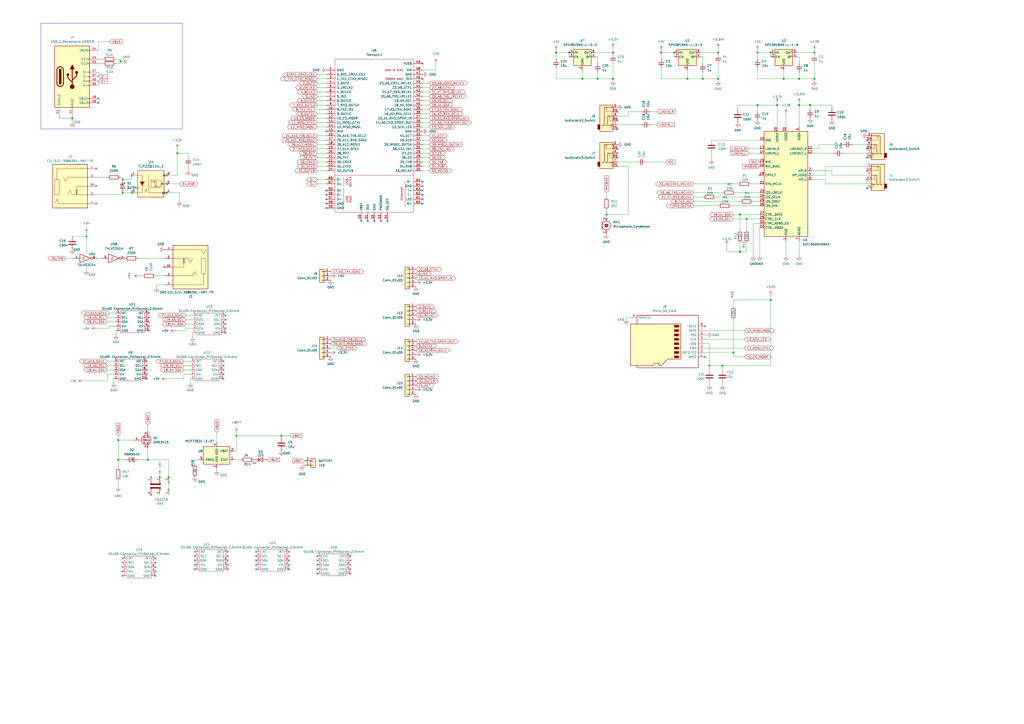
<source format=kicad_sch>
(kicad_sch (version 20231120) (generator "eeschema") (generator_version "8.0")
  (paper "A2")
  (junction (at 71.12 104.14))
  (junction (at 469.9 60.96))
  (junction (at 391.16 30.48))
  (junction (at 439.42 60.96))
  (junction (at 50.165 137.16))
  (junction (at 337.82 45.72))
  (junction (at 429.26 124.46))
  (junction (at 450.85 60.96))
  (junction (at 472.44 30.48))
  (junction (at 97.79 276.86))
  (junction (at 454.66 45.72))
  (junction (at 463.55 60.96))
  (junction (at 322.58 30.48))
  (junction (at 447.04 30.48))
  (junction (at 137.16 252.73))
  (junction (at 419.1 212.09))
  (junction (at 416.56 30.48))
  (junction (at 407.67 45.72))
  (junction (at 439.42 30.48))
  (junction (at 355.6 45.72))
  (junction (at 425.45 204.47))
  (junction (at 68.58 255.27))
  (junction (at 463.55 45.72))
  (junction (at 351.79 124.46))
  (junction (at 330.2 30.48))
  (junction (at 92.71 276.86))
  (junction (at 398.78 45.72))
  (junction (at 163.195 252.73))
  (junction (at 71.12 111.76))
  (junction (at 429.26 146.05))
  (junction (at 447.04 173.99))
  (junction (at 69.85 35.56))
  (junction (at 102.87 88.9))
  (junction (at 355.6 30.48))
  (junction (at 346.71 45.72))
  (junction (at 416.56 45.72))
  (junction (at 68.58 266.7))
  (junction (at 411.48 212.09))
  (junction (at 41.91 68.58))
  (junction (at 472.44 45.72))
  (junction (at 433.07 127))
  (junction (at 383.54 30.48))
  (junction (at 85.725 266.7))
  (no_connect (at 85.09 212.09))
  (no_connect (at 130.81 190.5))
  (no_connect (at 85.09 209.55))
  (no_connect (at 167.64 327.66))
  (no_connect (at 184.15 325.12))
  (no_connect (at 184.15 332.74))
  (no_connect (at 85.09 214.63))
  (no_connect (at 90.17 323.85))
  (no_connect (at 502.92 81.28))
  (no_connect (at 129.54 217.17))
  (no_connect (at 71.12 328.93))
  (no_connect (at 129.54 214.63))
  (no_connect (at 502.92 86.36))
  (no_connect (at 90.17 326.39))
  (no_connect (at 86.36 191.77))
  (no_connect (at 130.81 193.04))
  (no_connect (at 129.54 209.55))
  (no_connect (at 113.03 322.58))
  (no_connect (at 358.14 74.93))
  (no_connect (at 113.03 330.2))
  (no_connect (at 245.11 113.03))
  (no_connect (at 502.92 104.14))
  (no_connect (at 189.23 118.11))
  (no_connect (at 148.59 330.2))
  (no_connect (at 87.63 276.86))
  (no_connect (at 132.08 327.66))
  (no_connect (at 502.92 91.44))
  (no_connect (at 130.81 185.42))
  (no_connect (at 86.36 181.61))
  (no_connect (at 358.14 69.85))
  (no_connect (at 167.64 322.58))
  (no_connect (at 132.08 320.04))
  (no_connect (at 55.88 107.95))
  (no_connect (at 189.23 113.03))
  (no_connect (at 203.2 325.12))
  (no_connect (at 245.11 110.49))
  (no_connect (at 57.15 59.69))
  (no_connect (at 502.92 99.06))
  (no_connect (at 129.54 219.71))
  (no_connect (at 209.55 128.27))
  (no_connect (at 132.08 325.12))
  (no_connect (at 71.12 334.01))
  (no_connect (at 189.23 76.2))
  (no_connect (at 358.14 88.9))
  (no_connect (at 502.92 109.22))
  (no_connect (at 55.88 97.79))
  (no_connect (at 132.08 322.58))
  (no_connect (at 203.2 322.58))
  (no_connect (at 90.17 334.01))
  (no_connect (at 203.2 330.2))
  (no_connect (at 148.59 320.04))
  (no_connect (at 86.36 186.69))
  (no_connect (at 130.81 182.88))
  (no_connect (at 217.17 128.27))
  (no_connect (at 132.08 330.2))
  (no_connect (at 213.36 128.27))
  (no_connect (at 408.94 207.01))
  (no_connect (at 358.14 86.36))
  (no_connect (at 148.59 327.66))
  (no_connect (at 203.2 327.66))
  (no_connect (at 167.64 320.04))
  (no_connect (at 220.98 128.27))
  (no_connect (at 184.15 322.58))
  (no_connect (at 440.69 101.6))
  (no_connect (at 148.59 322.58))
  (no_connect (at 71.12 331.47))
  (no_connect (at 55.88 118.11))
  (no_connect (at 184.15 330.2))
  (no_connect (at 245.11 105.41))
  (no_connect (at 90.17 328.93))
  (no_connect (at 113.03 325.12))
  (no_connect (at 167.64 325.12))
  (no_connect (at 71.12 323.85))
  (no_connect (at 245.11 45.72))
  (no_connect (at 148.59 325.12))
  (no_connect (at 358.14 91.44))
  (no_connect (at 90.17 331.47))
  (no_connect (at 184.15 327.66))
  (no_connect (at 85.09 217.17))
  (no_connect (at 113.03 327.66))
  (no_connect (at 245.11 118.11))
  (no_connect (at 189.23 120.65))
  (no_connect (at 203.2 332.74))
  (no_connect (at 358.14 64.77))
  (no_connect (at 245.11 115.57))
  (no_connect (at 95.25 154.94))
  (no_connect (at 245.11 36.83))
  (no_connect (at 71.12 326.39))
  (no_connect (at 408.94 189.23))
  (no_connect (at 245.11 107.95))
  (no_connect (at 189.23 115.57))
  (no_connect (at 224.79 128.27))
  (no_connect (at 189.23 110.49))
  (no_connect (at 167.64 330.2))
  (no_connect (at 113.03 320.04))
  (no_connect (at 86.36 184.15))
  (no_connect (at 85.09 219.71))
  (no_connect (at 129.54 212.09))
  (no_connect (at 87.63 287.02))
  (no_connect (at 130.81 187.96))
  (no_connect (at 57.15 57.15))
  (no_connect (at 86.36 189.23))
  (wire (pts (xy 471.17 86.36) (xy 474.98 86.36)))
  (wire (pts (xy 447.04 30.48) (xy 447.04 33.02)))
  (wire (pts (xy 330.2 30.48) (xy 330.2 33.02)))
  (wire (pts (xy 135.89 266.7) (xy 139.7 266.7)))
  (wire (pts (xy 113.03 269.24) (xy 113.03 266.7)))
  (wire (pts (xy 248.92 73.66) (xy 245.11 73.66)))
  (wire (pts (xy 59.055 149.86) (xy 56.515 149.86)))
  (wire (pts (xy 137.16 261.62) (xy 137.16 252.73)))
  (wire (pts (xy 66.04 219.71) (xy 66.04 222.25)))
  (wire (pts (xy 469.9 60.96) (xy 463.55 60.96)))
  (wire (pts (xy 68.58 255.27) (xy 68.58 266.7)))
  (wire (pts (xy 184.15 88.9) (xy 189.23 88.9)))
  (wire (pts (xy 391.16 30.48) (xy 391.16 33.02)))
  (wire (pts (xy 71.12 102.87) (xy 71.12 104.14)))
  (wire (pts (xy 472.44 29.21) (xy 472.44 30.48)))
  (wire (pts (xy 383.54 30.48) (xy 383.54 34.29)))
  (wire (pts (xy 358.14 72.39) (xy 372.11 72.39)))
  (wire (pts (xy 463.55 45.72) (xy 472.44 45.72)))
  (wire (pts (xy 346.71 33.02) (xy 345.44 33.02)))
  (wire (pts (xy 408.94 199.39) (xy 411.48 199.39)))
  (wire (pts (xy 252.73 40.64) (xy 245.11 40.64)))
  (wire (pts (xy 62.23 214.63) (xy 66.04 214.63)))
  (wire (pts (xy 57.15 24.13) (xy 63.5 24.13)))
  (wire (pts (xy 248.92 48.26) (xy 245.11 48.26)))
  (wire (pts (xy 72.39 149.86) (xy 73.025 149.86)))
  (wire (pts (xy 69.85 35.56) (xy 71.12 35.56)))
  (wire (pts (xy 248.92 68.58) (xy 245.11 68.58)))
  (wire (pts (xy 462.28 30.48) (xy 472.44 30.48)))
  (wire (pts (xy 109.22 99.06) (xy 109.22 96.52)))
  (wire (pts (xy 447.04 171.45) (xy 447.04 173.99)))
  (wire (pts (xy 184.15 96.52) (xy 189.23 96.52)))
  (wire (pts (xy 355.6 46.99) (xy 355.6 45.72)))
  (wire (pts (xy 472.44 30.48) (xy 472.44 31.75)))
  (wire (pts (xy 463.55 59.69) (xy 463.55 60.96)))
  (wire (pts (xy 425.45 127) (xy 433.07 127)))
  (wire (pts (xy 78.105 255.27) (xy 68.58 255.27)))
  (wire (pts (xy 184.15 60.96) (xy 189.23 60.96)))
  (wire (pts (xy 429.26 124.46) (xy 440.69 124.46)))
  (wire (pts (xy 71.12 113.03) (xy 71.12 111.76)))
  (wire (pts (xy 184.15 50.8) (xy 189.23 50.8)))
  (wire (pts (xy 471.17 99.06) (xy 482.6 99.06)))
  (wire (pts (xy 184.15 71.12) (xy 189.23 71.12)))
  (wire (pts (xy 433.07 127) (xy 440.69 127)))
  (wire (pts (xy 248.92 71.12) (xy 245.11 71.12)))
  (wire (pts (xy 248.92 91.44) (xy 245.11 91.44)))
  (wire (pts (xy 97.79 266.7) (xy 97.79 276.86)))
  (wire (pts (xy 184.15 43.18) (xy 189.23 43.18)))
  (wire (pts (xy 67.31 191.77) (xy 67.31 194.31)))
  (wire (pts (xy 419.1 212.09) (xy 419.1 214.63)))
  (wire (pts (xy 454.66 40.64) (xy 454.66 45.72)))
  (wire (pts (xy 48.26 220.98) (xy 62.23 220.98)))
  (wire (pts (xy 419.1 212.09) (xy 447.04 212.09)))
  (wire (pts (xy 440.69 132.08) (xy 440.69 148.59)))
  (wire (pts (xy 137.16 252.73) (xy 163.195 252.73)))
  (wire (pts (xy 407.67 45.72) (xy 416.56 45.72)))
  (wire (pts (xy 358.14 96.52) (xy 364.49 96.52)))
  (wire (pts (xy 184.15 68.58) (xy 189.23 68.58)))
  (wire (pts (xy 322.58 39.37) (xy 322.58 45.72)))
  (wire (pts (xy 104.14 111.76) (xy 104.14 116.84)))
  (wire (pts (xy 429.26 133.35) (xy 429.26 124.46)))
  (wire (pts (xy 358.14 67.31) (xy 364.49 67.31)))
  (wire (pts (xy 248.92 55.88) (xy 245.11 55.88)))
  (wire (pts (xy 71.12 102.87) (xy 69.85 102.87)))
  (wire (pts (xy 101.6 191.77) (xy 107.95 191.77)))
  (wire (pts (xy 365.76 184.15) (xy 363.22 184.15)))
  (wire (pts (xy 439.42 60.96) (xy 450.85 60.96)))
  (wire (pts (xy 322.58 45.72) (xy 337.82 45.72)))
  (wire (pts (xy 472.44 46.99) (xy 472.44 45.72)))
  (wire (pts (xy 76.2 101.6) (xy 77.47 101.6)))
  (wire (pts (xy 184.15 73.66) (xy 189.23 73.66)))
  (wire (pts (xy 106.68 212.09) (xy 110.49 212.09)))
  (wire (pts (xy 106.68 209.55) (xy 110.49 209.55)))
  (wire (pts (xy 184.15 48.26) (xy 189.23 48.26)))
  (wire (pts (xy 68.58 266.7) (xy 68.58 271.145)))
  (wire (pts (xy 80.645 160.02) (xy 82.55 160.02)))
  (wire (pts (xy 494.03 83.82) (xy 502.92 83.82)))
  (wire (pts (xy 412.75 81.28) (xy 440.69 81.28)))
  (wire (pts (xy 62.23 220.98) (xy 62.23 217.17)))
  (wire (pts (xy 478.79 96.52) (xy 478.79 101.6)))
  (wire (pts (xy 34.29 67.31) (xy 34.29 68.58)))
  (wire (pts (xy 62.23 184.15) (xy 67.31 184.15)))
  (wire (pts (xy 76.2 104.14) (xy 71.12 104.14)))
  (wire (pts (xy 439.42 30.48) (xy 447.04 30.48)))
  (wire (pts (xy 455.93 139.7) (xy 455.93 148.59)))
  (wire (pts (xy 184.15 91.44) (xy 189.23 91.44)))
  (wire (pts (xy 478.79 106.68) (xy 502.92 106.68)))
  (wire (pts (xy 248.92 93.98) (xy 245.11 93.98)))
  (wire (pts (xy 415.29 114.3) (xy 440.69 114.3)))
  (wire (pts (xy 107.95 187.96) (xy 111.76 187.96)))
  (wire (pts (xy 469.9 63.5) (xy 469.9 60.96)))
  (wire (pts (xy 248.92 96.52) (xy 245.11 96.52)))
  (wire (pts (xy 248.92 66.04) (xy 245.11 66.04)))
  (wire (pts (xy 425.45 173.99) (xy 425.45 177.8)))
  (wire (pts (xy 41.91 68.58) (xy 41.91 71.12)))
  (wire (pts (xy 68.58 282.575) (xy 68.58 278.765)))
  (wire (pts (xy 381 72.39) (xy 377.19 72.39)))
  (wire (pts (xy 502.92 96.52) (xy 478.79 96.52)))
  (wire (pts (xy 386.08 93.98) (xy 374.65 93.98)))
  (wire (pts (xy 248.92 53.34) (xy 245.11 53.34)))
  (wire (pts (xy 184.15 58.42) (xy 189.23 58.42)))
  (wire (pts (xy 434.34 88.9) (xy 440.69 88.9)))
  (wire (pts (xy 482.6 99.06) (xy 482.6 101.6)))
  (wire (pts (xy 68.58 252.73) (xy 68.58 255.27)))
  (wire (pts (xy 351.79 111.76) (xy 351.79 114.3)))
  (wire (pts (xy 381 64.77) (xy 377.19 64.77)))
  (wire (pts (xy 69.85 36.83) (xy 67.31 36.83)))
  (wire (pts (xy 398.78 45.72) (xy 407.67 45.72)))
  (wire (pts (xy 398.78 40.64) (xy 398.78 45.72)))
  (wire (pts (xy 109.22 91.44) (xy 109.22 88.9)))
  (wire (pts (xy 355.6 27.94) (xy 355.6 30.48)))
  (wire (pts (xy 345.44 30.48) (xy 355.6 30.48)))
  (wire (pts (xy 482.6 62.23) (xy 482.6 60.96)))
  (wire (pts (xy 57.15 46.99) (xy 57.15 49.53)))
  (wire (pts (xy 411.48 199.39) (xy 411.48 212.09)))
  (wire (pts (xy 97.79 276.86) (xy 97.79 287.02)))
  (wire (pts (xy 97.79 101.6) (xy 102.87 101.6)))
  (wire (pts (xy 425.45 207.01) (xy 431.8 207.01)))
  (wire (pts (xy 383.54 29.21) (xy 383.54 30.48)))
  (wire (pts (xy 322.58 29.21) (xy 322.58 30.48)))
  (wire (pts (xy 447.04 173.99) (xy 447.04 212.09)))
  (wire (pts (xy 63.5 181.61) (xy 67.31 181.61)))
  (wire (pts (xy 110.49 219.71) (xy 110.49 222.25)))
  (wire (pts (xy 102.87 86.36) (xy 102.87 88.9)))
  (wire (pts (xy 364.49 124.46) (xy 351.79 124.46)))
  (wire (pts (xy 191.77 201.93) (xy 195.58 201.93)))
  (wire (pts (xy 402.59 116.84) (xy 429.26 116.84)))
  (wire (pts (xy 184.15 104.14) (xy 189.23 104.14)))
  (wire (pts (xy 346.71 41.91) (xy 346.71 45.72)))
  (wire (pts (xy 62.23 212.09) (xy 66.04 212.09)))
  (wire (pts (xy 184.15 66.04) (xy 189.23 66.04)))
  (wire (pts (xy 419.1 223.52) (xy 419.1 222.25)))
  (wire (pts (xy 416.56 45.72) (xy 416.56 36.83)))
  (wire (pts (xy 433.07 140.97) (xy 433.07 146.05)))
  (wire (pts (xy 57.15 29.21) (xy 57.15 24.13)))
  (wire (pts (xy 351.79 125.73) (xy 351.79 124.46)))
  (wire (pts (xy 38.1 149.86) (xy 42.545 149.86)))
  (wire (pts (xy 369.57 93.98) (xy 358.14 93.98)))
  (wire (pts (xy 407.67 33.02) (xy 406.4 33.02)))
  (wire (pts (xy 184.15 86.36) (xy 189.23 86.36)))
  (wire (pts (xy 402.59 114.3) (xy 407.67 114.3)))
  (wire (pts (xy 433.07 133.35) (xy 433.07 127)))
  (wire (pts (xy 41.91 67.31) (xy 41.91 68.58)))
  (wire (pts (xy 106.68 214.63) (xy 110.49 214.63)))
  (wire (pts (xy 439.42 39.37) (xy 439.42 45.72)))
  (wire (pts (xy 402.59 119.38) (xy 416.56 119.38)))
  (wire (pts (xy 184.15 45.72) (xy 189.23 45.72)))
  (wire (pts (xy 72.39 266.7) (xy 68.58 266.7)))
  (wire (pts (xy 427.99 60.96) (xy 439.42 60.96)))
  (wire (pts (xy 248.92 58.42) (xy 245.11 58.42)))
  (wire (pts (xy 455.93 66.04) (xy 455.93 73.66)))
  (wire (pts (xy 408.94 191.77) (xy 431.8 191.77)))
  (wire (pts (xy 85.725 260.35) (xy 85.725 266.7)))
  (wire (pts (xy 71.12 111.76) (xy 77.47 111.76)))
  (wire (pts (xy 95.25 165.1) (xy 90.805 165.1)))
  (wire (pts (xy 450.85 60.96) (xy 450.85 73.66)))
  (wire (pts (xy 337.82 45.72) (xy 346.71 45.72)))
  (wire (pts (xy 439.42 64.77) (xy 439.42 60.96)))
  (wire (pts (xy 474.98 83.82) (xy 488.95 83.82)))
  (wire (pts (xy 411.48 223.52) (xy 411.48 222.25)))
  (wire (pts (xy 34.29 68.58) (xy 41.91 68.58)))
  (wire (pts (xy 463.55 41.91) (xy 463.55 45.72)))
  (wire (pts (xy 346.71 45.72) (xy 355.6 45.72)))
  (wire (pts (xy 412.75 88.9) (xy 412.75 92.71)))
  (wire (pts (xy 252.73 36.83) (xy 252.73 40.64)))
  (wire (pts (xy 402.59 111.76) (xy 419.1 111.76)))
  (wire (pts (xy 436.88 129.54) (xy 436.88 148.59)))
  (wire (pts (xy 402.59 106.68) (xy 427.99 106.68)))
  (wire (pts (xy 416.56 30.48) (xy 416.56 31.75)))
  (wire (pts (xy 175.26 269.875) (xy 176.53 269.875)))
  (wire (pts (xy 248.92 78.74) (xy 245.11 78.74)))
  (wire (pts (xy 85.725 266.7) (xy 97.79 266.7)))
  (wire (pts (xy 184.15 81.28) (xy 189.23 81.28)))
  (wire (pts (xy 407.67 36.83) (xy 407.67 33.02)))
  (wire (pts (xy 113.03 266.7) (xy 115.57 266.7)))
  (wire (pts (xy 55.88 113.03) (xy 71.12 113.03)))
  (wire (pts (xy 383.54 39.37) (xy 383.54 45.72)))
  (wire (pts (xy 383.54 45.72) (xy 398.78 45.72)))
  (wire (pts (xy 408.94 201.93) (xy 431.8 201.93)))
  (wire (pts (xy 364.49 67.31) (xy 364.49 64.77)))
  (wire (pts (xy 440.69 129.54) (xy 436.88 129.54)))
  (wire (pts (xy 248.92 60.96) (xy 245.11 60.96)))
  (wire (pts (xy 184.15 55.88) (xy 189.23 55.88)))
  (wire (pts (xy 406.4 30.48) (xy 416.56 30.48)))
  (wire (pts (xy 337.82 40.64) (xy 337.82 45.72)))
  (wire (pts (xy 425.45 124.46) (xy 429.26 124.46)))
  (wire (pts (xy 363.22 184.15) (xy 363.22 185.42)))
  (wire (pts (xy 184.15 93.98) (xy 189.23 93.98)))
  (wire (pts (xy 107.95 182.88) (xy 111.76 182.88)))
  (wire (pts (xy 248.92 99.06) (xy 245.11 99.06)))
  (wire (pts (xy 248.92 83.82) (xy 245.11 83.82)))
  (wire (pts (xy 107.95 185.42) (xy 111.76 185.42)))
  (wire (pts (xy 463.55 36.83) (xy 463.55 33.02)))
  (wire (pts (xy 463.55 60.96) (xy 463.55 73.66)))
  (wire (pts (xy 135.89 261.62) (xy 137.16 261.62)))
  (wire (pts (xy 62.23 209.55) (xy 66.04 209.55)))
  (wire (pts (xy 184.15 99.06) (xy 189.23 99.06)))
  (wire (pts (xy 482.6 101.6) (xy 502.92 101.6)))
  (wire (pts (xy 488.95 88.9) (xy 502.92 88.9)))
  (wire (pts (xy 248.92 81.28) (xy 245.11 81.28)))
  (wire (pts (xy 355.6 45.72) (xy 355.6 36.83)))
  (wire (pts (xy 474.98 86.36) (xy 474.98 83.82)))
  (wire (pts (xy 62.23 186.69) (xy 67.31 186.69)))
  (wire (pts (xy 410.21 194.31) (xy 408.94 194.31)))
  (wire (pts (xy 90.17 160.02) (xy 95.25 160.02)))
  (wire (pts (xy 182.88 63.5) (xy 189.23 63.5)))
  (wire (pts (xy 478.79 101.6) (xy 471.17 101.6)))
  (wire (pts (xy 439.42 30.48) (xy 439.42 34.29)))
  (wire (pts (xy 463.55 33.02) (xy 462.28 33.02)))
  (wire (pts (xy 137.16 252.73) (xy 137.16 250.825)))
  (wire (pts (xy 383.54 30.48) (xy 391.16 30.48)))
  (wire (pts (xy 454.66 45.72) (xy 463.55 45.72)))
  (wire (pts (xy 436.88 116.84) (xy 440.69 116.84)))
  (wire (pts (xy 425.45 173.99) (xy 447.04 173.99)))
  (wire (pts (xy 471.17 104.14) (xy 478.79 104.14)))
  (wire (pts (xy 450.85 59.69) (xy 450.85 60.96)))
  (wire (pts (xy 90.805 165.1) (xy 90.805 167.005)))
  (wire (pts (xy 63.5 190.5) (xy 63.5 189.23)))
  (wire (pts (xy 106.68 219.71) (xy 106.68 217.17)))
  (wire (pts (xy 67.31 34.29) (xy 69.85 34.29)))
  (wire (pts (xy 471.17 88.9) (xy 483.87 88.9)))
  (wire (pts (xy 416.56 46.99) (xy 416.56 45.72)))
  (wire (pts (xy 439.42 45.72) (xy 454.66 45.72)))
  (wire (pts (xy 109.22 88.9) (xy 102.87 88.9)))
  (wire (pts (xy 364.49 96.52) (xy 364.49 124.46)))
  (wire (pts (xy 427.99 63.5) (xy 427.99 60.96)))
  (wire (pts (xy 439.42 29.21) (xy 439.42 30.48)))
  (wire (pts (xy 57.15 34.29) (xy 59.69 34.29)))
  (wire (pts (xy 351.79 124.46) (xy 351.79 121.92)))
  (wire (pts (xy 425.45 185.42) (xy 425.45 204.47)))
  (wire (pts (xy 62.23 217.17) (xy 66.04 217.17)))
  (wire (pts (xy 322.58 30.48) (xy 322.58 34.29)))
  (wire (pts (xy 425.45 207.01) (xy 425.45 204.47)))
  (wire (pts (xy 424.18 119.38) (xy 440.69 119.38)))
  (wire (pts (xy 463.55 139.7) (xy 463.55 148.59)))
  (wire (pts (xy 411.48 212.09) (xy 419.1 212.09)))
  (wire (pts (xy 248.92 88.9) (xy 245.11 88.9)))
  (wire (pts (xy 184.15 78.74) (xy 189.23 78.74)))
  (wire (pts (xy 125.73 250.825) (xy 125.73 256.54)))
  (wire (pts (xy 408.94 204.47) (xy 425.45 204.47)))
  (wire (pts (xy 416.56 27.94) (xy 416.56 30.48)))
  (wire (pts (xy 63.5 189.23) (xy 67.31 189.23)))
  (wire (pts (xy 429.26 146.05) (xy 421.64 146.05)))
  (wire (pts (xy 97.79 106.68) (xy 104.14 106.68)))
  (wire (pts (xy 184.15 83.82) (xy 189.23 83.82)))
  (wire (pts (xy 57.15 44.45) (xy 57.15 41.91)))
  (wire (pts (xy 346.71 36.83) (xy 346.71 33.02)))
  (wire (pts (xy 97.79 111.76) (xy 104.14 111.76)))
  (wire (pts (xy 92.71 276.86) (xy 92.71 287.02)))
  (wire (pts (xy 184.15 53.34) (xy 189.23 53.34)))
  (wire (pts (xy 69.85 35.56) (xy 69.85 36.83)))
  (wire (pts (xy 57.15 36.83) (xy 59.69 36.83)))
  (wire (pts (xy 426.72 111.76) (xy 440.69 111.76)))
  (wire (pts (xy 50.165 156.845) (xy 50.165 152.4)))
  (wire (pts (xy 421.64 146.05) (xy 421.64 142.24)))
  (wire (pts (xy 408.94 196.85) (xy 431.8 196.85)))
  (wire (pts (xy 355.6 30.48) (xy 355.6 31.75)))
  (wire (pts (xy 433.07 146.05) (xy 429.26 146.05)))
  (wire (pts (xy 55.88 102.87) (xy 62.23 102.87)))
  (wire (pts (xy 248.92 50.8) (xy 245.11 50.8)))
  (wire (pts (xy 96.52 219.71) (xy 106.68 219.71)))
  (wire (pts (xy 107.95 190.5) (xy 111.76 190.5)))
  (wire (pts (xy 482.6 60.96) (xy 469.9 60.96)))
  (wire (pts (xy 50.165 137.16) (xy 50.165 147.32)))
  (wire (pts (xy 478.79 104.14) (xy 478.79 106.68)))
  (wire (pts (xy 111.76 193.04) (xy 111.76 195.58)))
  (wire (pts (xy 69.85 34.29) (xy 69.85 35.56)))
  (wire (pts (xy 50.165 135.255) (xy 50.165 137.16)))
  (wire (pts (xy 472.44 45.72) (xy 472.44 36.83)))
  (wire (pts (xy 80.01 149.86) (xy 95.25 149.86)))
  (wire (pts (xy 125.73 273.05) (xy 125.73 271.78)))
  (wire (pts (xy 407.67 41.91) (xy 407.67 45.72)))
  (wire (pts (xy 248.92 63.5) (xy 245.11 63.5)))
  (wire (pts (xy 85.725 246.38) (xy 85.725 250.19)))
  (wire (pts (xy 184.15 106.68) (xy 189.23 106.68)))
  (wire (pts (xy 322.58 30.48) (xy 330.2 30.48)))
  (wire (pts (xy 80.01 266.7) (xy 85.725 266.7)))
  (wire (pts (xy 435.61 106.68) (xy 440.69 106.68)))
  (wire (pts (xy 364.49 64.77) (xy 372.11 64.77)))
  (wire (pts (xy 55.88 190.5) (xy 63.5 190.5)))
  (wire (pts (xy 429.26 140.97) (xy 429.26 146.05)))
  (wire (pts (xy 248.92 86.36) (xy 245.11 86.36)))
  (wire (pts (xy 102.87 88.9) (xy 102.87 101.6)))
  (wire (pts (xy 107.95 191.77) (xy 107.95 190.5)))
  (wire (pts (xy 92.71 275.59) (xy 92.71 276.86)))
  (wire (pts (xy 41.91 137.16) (xy 50.165 137.16)))
  (wire (pts (xy 163.195 252.73) (xy 163.195 254)))
  (wire (pts (xy 76.2 101.6) (xy 76.2 104.14)))
  (wire (pts (xy 434.34 86.36) (xy 440.69 86.36)))
  (wire (pts (xy 163.195 252.73) (xy 168.275 252.73)))
  (wire (pts (xy 411.48 212.09) (xy 411.48 214.63)))
  (wire (pts (xy 106.68 217.17) (xy 110.49 217.17)))
  (rectangle (start 23.749 13.462) (end 105.664 74.803))
  (global_label "20_A6_TX5_LRCLK1" (shape bidirectional) (at 402.59 111.76 180) (property "Intersheetrefs" "${INTERSHEET_REFS}" (effects (hide yes))))
  (global_label "22_A8_CTX1" (shape bidirectional) (at 248.92 50.8 0) (property "Intersheetrefs" "${INTERSHEET_REFS}" (effects (hide yes))))
  (global_label "37_CS" (shape bidirectional) (at 248.92 88.9 0) (property "Intersheetrefs" "${INTERSHEET_REFS}" (effects (hide yes))))
  (global_label "25_A11_RX6_SDA2" (shape bidirectional) (at 184.15 81.28 180) (property "Intersheetrefs" "${INTERSHEET_REFS}" (effects (hide yes))))
  (global_label "27_A13_SCK1" (shape bidirectional) (at 107.95 182.88 180) (property "Intersheetrefs" "${INTERSHEET_REFS}" (effects (hide yes))))
  (global_label "3_LRCLK2" (shape bidirectional) (at 241.3 182.88 0) (property "Intersheetrefs" "${INTERSHEET_REFS}" (effects (hide yes))))
  (global_label "17_A3_TX4_SDA1" (shape bidirectional) (at 191.77 157.48 0) (property "Intersheetrefs" "${INTERSHEET_REFS}" (effects (hide yes))))
  (global_label "3_LRCLK2" (shape bidirectional) (at 184.15 50.8 180) (property "Intersheetrefs" "${INTERSHEET_REFS}" (effects (hide yes))))
  (global_label "5_IN2" (shape bidirectional) (at 241.3 158.75 0) (property "Intersheetrefs" "${INTERSHEET_REFS}" (effects (hide yes))))
  (global_label "MIC" (shape input) (at 440.69 93.98 180) (property "Intersheetrefs" "${INTERSHEET_REFS}" (effects (hide yes))))
  (global_label "12_MISO_MQSL" (shape bidirectional) (at 431.8 191.77 0) (property "Intersheetrefs" "${INTERSHEET_REFS}" (effects (hide yes))))
  (global_label "35_TX8" (shape bidirectional) (at 248.92 93.98 0) (property "Intersheetrefs" "${INTERSHEET_REFS}" (effects (hide yes))))
  (global_label "VBUS" (shape input) (at 154.94 266.7 0) (property "Intersheetrefs" "${INTERSHEET_REFS}" (effects (hide yes))))
  (global_label "9_OUT1C" (shape bidirectional) (at 241.3 200.66 0) (property "Intersheetrefs" "${INTERSHEET_REFS}" (effects (hide yes))))
  (global_label "32_OUT1B" (shape bidirectional) (at 241.3 220.98 0) (property "Intersheetrefs" "${INTERSHEET_REFS}" (effects (hide yes))))
  (global_label "19_A5_SCL" (shape bidirectional) (at 106.68 212.09 180) (property "Intersheetrefs" "${INTERSHEET_REFS}" (effects (hide yes))))
  (global_label "32_OUT1B" (shape bidirectional) (at 184.15 99.06 180) (property "Intersheetrefs" "${INTERSHEET_REFS}" (effects (hide yes))))
  (global_label "4_BCLK2" (shape bidirectional) (at 184.15 53.34 180) (property "Intersheetrefs" "${INTERSHEET_REFS}" (effects (hide yes))))
  (global_label "5_IN2" (shape bidirectional) (at 184.15 55.88 180) (property "Intersheetrefs" "${INTERSHEET_REFS}" (effects (hide yes))))
  (global_label "40_A16" (shape bidirectional) (at 248.92 81.28 0) (property "Intersheetrefs" "${INTERSHEET_REFS}" (effects (hide yes))))
  (global_label "23_A9_CRX1_MCLK1" (shape bidirectional) (at 248.92 48.26 0) (property "Intersheetrefs" "${INTERSHEET_REFS}" (effects (hide yes))))
  (global_label "15_A1_RX3_SPDIF_IN" (shape bidirectional) (at 241.3 161.29 0) (property "Intersheetrefs" "${INTERSHEET_REFS}" (effects (hide yes))))
  (global_label "7_RX2_OUT1A" (shape bidirectional) (at 184.15 60.96 180) (property "Intersheetrefs" "${INTERSHEET_REFS}" (effects (hide yes))))
  (global_label "19_A5_SCL" (shape bidirectional) (at 107.95 185.42 180) (property "Intersheetrefs" "${INTERSHEET_REFS}" (effects (hide yes))))
  (global_label "18_A4_SDA" (shape bidirectional) (at 62.23 186.69 180) (property "Intersheetrefs" "${INTERSHEET_REFS}" (effects (hide yes))))
  (global_label "33_MCLK2" (shape bidirectional) (at 248.92 99.06 0) (property "Intersheetrefs" "${INTERSHEET_REFS}" (effects (hide yes))))
  (global_label "21_A7_RX5_BCLK1" (shape bidirectional) (at 402.59 114.3 180) (property "Intersheetrefs" "${INTERSHEET_REFS}" (effects (hide yes))))
  (global_label "25_A11_RX6_SDA2" (shape bidirectional) (at 191.77 199.39 0) (property "Intersheetrefs" "${INTERSHEET_REFS}" (effects (hide yes))))
  (global_label "VBUS" (shape input) (at 63.5 24.13 0) (property "Intersheetrefs" "${INTERSHEET_REFS}" (effects (hide yes))))
  (global_label "1_TX1_CTX2_MISO1" (shape bidirectional) (at 184.15 45.72 180) (property "Intersheetrefs" "${INTERSHEET_REFS}" (effects (hide yes))))
  (global_label "19_A5_SCL" (shape bidirectional) (at 248.92 58.42 0) (property "Intersheetrefs" "${INTERSHEET_REFS}" (effects (hide yes))))
  (global_label "12_MISO_MQSL" (shape bidirectional) (at 184.15 73.66 180) (property "Intersheetrefs" "${INTERSHEET_REFS}" (effects (hide yes))))
  (global_label "6_OUT1D" (shape bidirectional) (at 184.15 58.42 180) (property "Intersheetrefs" "${INTERSHEET_REFS}" (effects (hide yes))))
  (global_label "18_A4_SDA" (shape bidirectional) (at 425.45 124.46 180) (property "Intersheetrefs" "${INTERSHEET_REFS}" (effects (hide yes))))
  (global_label "LINEIN_R" (shape input) (at 381 64.77 0) (property "Intersheetrefs" "${INTERSHEET_REFS}" (effects (hide yes))))
  (global_label "13_SCK_LED" (shape bidirectional) (at 431.8 196.85 0) (property "Intersheetrefs" "${INTERSHEET_REFS}" (effects (hide yes))))
  (global_label "23_A9_CRX1_MCLK1" (shape bidirectional) (at 402.59 106.68 180) (property "Intersheetrefs" "${INTERSHEET_REFS}" (effects (hide yes))))
  (global_label "9_OUT1C" (shape bidirectional) (at 184.15 66.04 180) (property "Intersheetrefs" "${INTERSHEET_REFS}" (effects (hide yes))))
  (global_label "19_A5_SCL" (shape bidirectional) (at 425.45 127 180) (property "Intersheetrefs" "${INTERSHEET_REFS}" (effects (hide yes))))
  (global_label "18_A4_SDA" (shape bidirectional) (at 106.68 214.63 180) (property "Intersheetrefs" "${INTERSHEET_REFS}" (effects (hide yes))))
  (global_label "MICBIAS" (shape input) (at 351.79 111.76 90) (property "Intersheetrefs" "${INTERSHEET_REFS}" (effects (hide yes))))
  (global_label "18_A4_SDA" (shape bidirectional) (at 107.95 187.96 180) (property "Intersheetrefs" "${INTERSHEET_REFS}" (effects (hide yes))))
  (global_label "27_A13_SCK1" (shape bidirectional) (at 62.23 209.55 180) (property "Intersheetrefs" "${INTERSHEET_REFS}" (effects (hide yes))))
  (global_label "28_RX7" (shape bidirectional) (at 184.15 88.9 180) (property "Intersheetrefs" "${INTERSHEET_REFS}" (effects (hide yes))))
  (global_label "D-" (shape input) (at 57.15 44.45 0) (property "Intersheetrefs" "${INTERSHEET_REFS}" (effects (hide yes))))
  (global_label "D-" (shape bidirectional) (at 184.15 104.14 180) (property "Intersheetrefs" "${INTERSHEET_REFS}" (effects (hide yes))))
  (global_label "39_MISO1_OUT1A" (shape bidirectional) (at 248.92 83.82 0) (property "Intersheetrefs" "${INTERSHEET_REFS}" (effects (hide yes))))
  (global_label "26_A12_MOSI1" (shape bidirectional) (at 184.15 83.82 180) (property "Intersheetrefs" "${INTERSHEET_REFS}" (effects (hide yes))))
  (global_label "D+" (shape bidirectional) (at 184.15 106.68 180) (property "Intersheetrefs" "${INTERSHEET_REFS}" (effects (hide yes))))
  (global_label "8_TX2_IN1" (shape bidirectional) (at 402.59 116.84 180) (property "Intersheetrefs" "${INTERSHEET_REFS}" (effects (hide yes))))
  (global_label "MIC" (shape input) (at 386.08 93.98 0) (property "Intersheetrefs" "${INTERSHEET_REFS}" (effects (hide yes))))
  (global_label "41_A17" (shape bidirectional) (at 241.3 223.52 0) (property "Intersheetrefs" "${INTERSHEET_REFS}" (effects (hide yes))))
  (global_label "21_A7_RX5_BCLK1" (shape bidirectional) (at 248.92 53.34 0) (property "Intersheetrefs" "${INTERSHEET_REFS}" (effects (hide yes))))
  (global_label "20_A6_TX5_LRCLK1" (shape bidirectional) (at 248.92 55.88 0) (property "Intersheetrefs" "${INTERSHEET_REFS}" (effects (hide yes))))
  (global_label "27_A13_SCK1" (shape bidirectional) (at 106.68 209.55 180) (property "Intersheetrefs" "${INTERSHEET_REFS}" (effects (hide yes))))
  (global_label "31_CTX3" (shape bidirectional) (at 184.15 96.52 180) (property "Intersheetrefs" "${INTERSHEET_REFS}" (effects (hide yes))))
  (global_label "LINEIN_R" (shape input) (at 434.34 86.36 180) (property "Intersheetrefs" "${INTERSHEET_REFS}" (effects (hide yes))))
  (global_label "8_TX2_IN1" (shape bidirectional) (at 182.88 63.5 180) (property "Intersheetrefs" "${INTERSHEET_REFS}" (effects (hide yes))))
  (global_label "36_CS" (shape bidirectional) (at 248.92 91.44 0) (property "Intersheetrefs" "${INTERSHEET_REFS}" (effects (hide yes))))
  (global_label "0_RX1_CRX2_CS1" (shape bidirectional) (at 184.15 43.18 180) (property "Intersheetrefs" "${INTERSHEET_REFS}" (effects (hide yes))))
  (global_label "VBAT" (shape input) (at 176.53 267.335 180) (property "Intersheetrefs" "${INTERSHEET_REFS}" (effects (hide yes))))
  (global_label "2_OUT2" (shape bidirectional) (at 241.3 177.8 0) (property "Intersheetrefs" "${INTERSHEET_REFS}" (effects (hide yes))))
  (global_label "27_A13_SCK1" (shape bidirectional) (at 184.15 86.36 180) (property "Intersheetrefs" "${INTERSHEET_REFS}" (effects (hide yes))))
  (global_label "34_RX8" (shape bidirectional) (at 248.92 96.52 0) (property "Intersheetrefs" "${INTERSHEET_REFS}" (effects (hide yes))))
  (global_label "10_CS_MQSR" (shape bidirectional) (at 431.8 207.01 0) (property "Intersheetrefs" "${INTERSHEET_REFS}" (effects (hide yes))))
  (global_label "LINEIN_L" (shape input) (at 434.34 88.9 180) (property "Intersheetrefs" "${INTERSHEET_REFS}" (effects (hide yes))))
  (global_label "13_SCK_LED" (shape bidirectional) (at 248.92 73.66 0) (property "Intersheetrefs" "${INTERSHEET_REFS}" (effects (hide yes))))
  (global_label "31_CTX3" (shape bidirectional) (at 195.58 201.93 0) (property "Intersheetrefs" "${INTERSHEET_REFS}" (effects (hide yes))))
  (global_label "38_CS1_IN1" (shape bidirectional) (at 248.92 86.36 0) (property "Intersheetrefs" "${INTERSHEET_REFS}" (effects (hide yes))))
  (global_label "14_A0_TX3_SPDIF_OUT" (shape bidirectional) (at 248.92 71.12 0) (property "Intersheetrefs" "${INTERSHEET_REFS}" (effects (hide yes))))
  (global_label "18_A4_SDA" (shape bidirectional) (at 248.92 60.96 0) (property "Intersheetrefs" "${INTERSHEET_REFS}" (effects (hide yes))))
  (global_label "24_A10_TX6_SCL2" (shape bidirectional) (at 184.15 78.74 180) (property "Intersheetrefs" "${INTERSHEET_REFS}" (effects (hide yes))))
  (global_label "11_MOSI_CTX1" (shape bidirectional) (at 184.15 71.12 180) (property "Intersheetrefs" "${INTERSHEET_REFS}" (effects (hide yes))))
  (global_label "27_A13_SCK1" (shape bidirectional) (at 63.5 181.61 180) (property "Intersheetrefs" "${INTERSHEET_REFS}" (effects (hide yes))))
  (global_label "35_TX8" (shape bidirectional) (at 38.1 149.86 180) (property "Intersheetrefs" "${INTERSHEET_REFS}" (effects (hide yes))))
  (global_label "14_A0_TX3_SPDIF_OUT" (shape bidirectional) (at 241.3 198.12 0) (property "Intersheetrefs" "${INTERSHEET_REFS}" (effects (hide yes))))
  (global_label "34_RX8" (shape bidirectional) (at 104.14 106.68 0) (property "Intersheetrefs" "${INTERSHEET_REFS}" (effects (hide yes))))
  (global_label "VBAT" (shape input) (at 168.275 252.73 0) (property "Intersheetrefs" "${INTERSHEET_REFS}" (effects (hide yes))))
  (global_label "19_A5_SCL" (shape bidirectional) (at 62.23 212.09 180) (property "Intersheetrefs" "${INTERSHEET_REFS}" (effects (hide yes))))
  (global_label "19_A5_SCL" (shape bidirectional) (at 62.23 184.15 180) (property "Intersheetrefs" "${INTERSHEET_REFS}" (effects (hide yes))))
  (global_label "VBUS" (shape input) (at 68.58 252.73 90) (property "Intersheetrefs" "${INTERSHEET_REFS}" (effects (hide yes))))
  (global_label "41_A17" (shape bidirectional) (at 248.92 78.74 0) (property "Intersheetrefs" "${INTERSHEET_REFS}" (effects (hide yes))))
  (global_label "16_A2_RX4_SCL1" (shape bidirectional) (at 248.92 66.04 0) (property "Intersheetrefs" "${INTERSHEET_REFS}" (effects (hide yes))))
  (global_label "30_CRX3" (shape bidirectional) (at 184.15 93.98 180) (property "Intersheetrefs" "${INTERSHEET_REFS}" (effects (hide yes))))
  (global_label "7_RX2_OUT1A" (shape bidirectional) (at 402.59 119.38 180) (property "Intersheetrefs" "${INTERSHEET_REFS}" (effects (hide yes))))
  (global_label "18_A4_SDA" (shape bidirectional) (at 62.23 214.63 180) (property "Intersheetrefs" "${INTERSHEET_REFS}" (effects (hide yes))))
  (global_label "MICBIAS" (shape input) (at 440.69 96.52 180) (property "Intersheetrefs" "${INTERSHEET_REFS}" (effects (hide yes))))
  (global_label "29_TX7" (shape bidirectional) (at 184.15 91.44 180) (property "Intersheetrefs" "${INTERSHEET_REFS}" (effects (hide yes))))
  (global_label "33_MCLK2" (shape bidirectional) (at 241.3 218.44 0) (property "Intersheetrefs" "${INTERSHEET_REFS}" (effects (hide yes))))
  (global_label "VBAT" (shape input) (at 85.725 246.38 90) (property "Intersheetrefs" "${INTERSHEET_REFS}" (effects (hide yes))))
  (global_label "10_CS_MQSR" (shape bidirectional) (at 184.15 68.58 180) (property "Intersheetrefs" "${INTERSHEET_REFS}" (effects (hide yes))))
  (global_label "16_A2_RX4_SCL1" (shape bidirectional) (at 241.3 203.2 0) (property "Intersheetrefs" "${INTERSHEET_REFS}" (effects (hide yes))))
  (global_label "24_A10_TX6_SCL2" (shape bidirectional) (at 191.77 196.85 0) (property "Intersheetrefs" "${INTERSHEET_REFS}" (effects (hide yes))))
  (global_label "D+" (shape input) (at 57.15 46.99 0) (property "Intersheetrefs" "${INTERSHEET_REFS}" (effects (hide yes))))
  (global_label "LINEIN_L" (shape input) (at 381 72.39 0) (property "Intersheetrefs" "${INTERSHEET_REFS}" (effects (hide yes))))
  (global_label "VBUS" (shape input) (at 125.73 250.825 90) (property "Intersheetrefs" "${INTERSHEET_REFS}" (effects (hide yes))))
  (global_label "4_BCLK2" (shape bidirectional) (at 241.3 180.34 0) (property "Intersheetrefs" "${INTERSHEET_REFS}" (effects (hide yes))))
  (global_label "2_OUT2" (shape bidirectional) (at 184.15 48.26 180) (property "Intersheetrefs" "${INTERSHEET_REFS}" (effects (hide yes))))
  (global_label "11_MOSI_CTX1" (shape bidirectional) (at 431.8 201.93 0) (property "Intersheetrefs" "${INTERSHEET_REFS}" (effects (hide yes))))
  (global_label "22_A8_CTX1" (shape bidirectional) (at 241.3 156.21 0) (property "Intersheetrefs" "${INTERSHEET_REFS}" (effects (hide yes))))
  (global_label "17_A3_TX4_SDA1" (shape bidirectional) (at 248.92 63.5 0) (property "Intersheetrefs" "${INTERSHEET_REFS}" (effects (hide yes))))
  (global_label "15_A1_RX3_SPDIF_IN" (shape bidirectional) (at 248.92 68.58 0) (property "Intersheetrefs" "${INTERSHEET_REFS}" (effects (hide yes))))
  (symbol (lib_id "power:+3.3V") (at 191.77 204.47 270) (unit 1)
    (property "Reference" "#PWR048" (effects (hide yes)))
    (property "Value" "+3.3V" (at 195.58 204.4699 90) (effects (justify left)))
  )
  (symbol (lib_id "Device:C_Small") (at 416.56 34.29 0) (unit 1)
    (property "Reference" "C1" (at 419.1 33.0263 0) (effects (justify left)))
    (property "Value" "1u" (at 419.1 35.5663 0) (effects (justify left)))
    (property "Footprint" "Capacitor_SMD:C_0402_1005Metric" (effects (hide yes)))
    (property "lcsc#" "C52923" (effects (hide yes)))
  )
  (symbol (lib_id "power:GND") (at 355.6 46.99 0) (unit 1)
    (property "Reference" "#PWR055" (effects (hide yes)))
    (property "Value" "GND" (at 355.6 51.435 0))
  )
  (symbol (lib_id "Device:LED") (at 151.13 266.7 0) (unit 1)
    (property "Reference" "D3" (at 151.13 262.255 0))
    (property "Value" "LED" (at 151.13 264.16 0))
    (property "Footprint" "LED_SMD:LED_0603_1608Metric" (effects (hide yes)))
    (property "lcsc#" "C2286" (effects (hide yes)))
  )
  (symbol (lib_id "power:+5V") (at 383.54 29.21 0) (unit 1)
    (property "Reference" "#PWR03" (effects (hide yes)))
    (property "Value" "+5V" (at 383.54 24.13 0))
  )
  (symbol (lib_id "Device:Q_PMOS_GSD") (at 83.185 255.27 0) (unit 1)
    (property "Reference" "Q1" (at 88.9 254 0) (effects (justify left)))
    (property "Value" "DMG3415" (at 88.9 256.54 0) (effects (justify left)))
    (property "Footprint" "Package_TO_SOT_SMD:SOT-23" (effects (hide yes)))
    (property "lcsc#" "C7202986" (effects (hide yes)))
  )
  (symbol (lib_id "power:GND") (at 410.21 194.31 90) (unit 1)
    (property "Reference" "#PWR039" (effects (hide yes)))
    (property "Value" "GND" (at 417.195 194.31 90) (effects (justify left)))
  )
  (symbol (lib_id "power:GND") (at 71.12 35.56 90) (unit 1)
    (property "Reference" "#PWR032" (effects (hide yes)))
    (property "Value" "GND" (at 71.12 33.02 90) (effects (justify right)))
  )
  (symbol (lib_id "Device:R") (at 422.91 111.76 90) (unit 1)
    (property "Reference" "R2" (at 423.164 106.934 90))
    (property "Value" "22R" (at 423.164 109.474 90))
    (property "Footprint" "Resistor_SMD:R_0402_1005Metric" (effects (hide yes)))
    (property "lcsc#" "C25092" (effects (hide yes)))
  )
  (symbol (lib_id "Device:R") (at 76.2 149.86 90) (unit 1)
    (property "Reference" "R7" (at 76.2 144.145 90))
    (property "Value" "220R" (at 76.2 146.685 90))
    (property "Footprint" "Resistor_SMD:R_0603_1608Metric" (effects (hide yes)))
    (property "lcsc#" "C22962" (effects (hide yes)))
  )
  (symbol (lib_id "power:GND") (at 241.3 208.28 0) (mirror y) (unit 1)
    (property "Reference" "#PWR062" (effects (hide yes)))
    (property "Value" "GND" (at 241.3 212.344 0))
  )
  (symbol (lib_id "Connector_Audio:AudioJack3_Switch") (at 353.06 88.9 0) (unit 1)
    (property "Reference" "J7" (at 345.44 88.8999 0) (effects (justify right)))
    (property "Value" "AudioJack3_Switch" (at 345.44 91.4399 0) (effects (justify right)))
    (property "Footprint" "Connector_Audio:Jack_6.35mm_Neutrik_NMJ6HCD2_Horizontal" (effects (hide yes)))
    (property "Description" "Audio Jack, 3 Poles (Stereo / TRS), Switched Poles (Normalling)" (effects (hide yes)))
    (property "lcsc#" "C368502" (effects (hide yes)))
  )
  (symbol (lib_id "power:GND") (at 109.22 99.06 0) (mirror y) (unit 1)
    (property "Reference" "#PWR023" (effects (hide yes)))
    (property "Value" "GND" (at 113.03 101.6 0))
  )
  (symbol (lib_id "power:+3.3V") (at 241.3 226.06 270) (unit 1)
    (property "Reference" "#PWR063" (effects (hide yes)))
    (property "Value" "+3.3V" (at 245.11 226.0599 90) (effects (justify left)))
  )
  (symbol (lib_id "74xGxx:74LVC2G14") (at 66.675 149.86 0) (unit 2)
    (property "Reference" "U5" (at 66.04 141.605 0))
    (property "Value" "74LVC2G14" (at 66.04 144.145 0))
    (property "Footprint" "Package_TO_SOT_SMD:SOT-23-6" (effects (hide yes)))
    (property "Datasheet" "https://www.ti.com/lit/ds/symlink/sn74lvc2g14.pdf" (effects (hide yes)))
    (property "LCSC Part #" "C12401" (effects (hide yes)))
    (property "lcsc#" "C12401" (effects (hide yes)))
  )
  (symbol (lib_id "power:GND") (at 463.55 148.59 0) (unit 1)
    (property "Reference" "#PWR021" (effects (hide yes)))
    (property "Value" "GND" (at 463.55 153.0334 0))
  )
  (symbol (lib_id "power:GND") (at 439.42 69.85 0) (unit 1)
    (property "Reference" "#PWR014" (effects (hide yes)))
    (property "Value" "GND" (at 439.42 74.2934 0))
  )
  (symbol (lib_id "Connector:Micro_SD_Card") (at 386.08 199.39 180) (unit 1)
    (property "Reference" "J8" (at 385.445 177.8 0))
    (property "Value" "Micro_SD_Card" (at 385.445 180.34 0))
    (property "Footprint" "Connector_Card:microSD_HC_Hirose_DM3BT-DSF-PEJS" (effects (hide yes)))
    (property "Datasheet" "http://katalog.we-online.de/em/datasheet/693072010801.pdf" (effects (hide yes)))
    (property "lcsc#" "C597972" (effects (hide yes)))
  )
  (symbol (lib_id "Device:R") (at 431.8 106.68 90) (unit 1)
    (property "Reference" "R1" (at 432.054 101.854 90))
    (property "Value" "22R" (at 432.054 104.394 90))
    (property "Footprint" "Resistor_SMD:R_0402_1005Metric" (effects (hide yes)))
    (property "lcsc#" "C25092" (effects (hide yes)))
  )
  (symbol (lib_id "Device:C_Small") (at 374.65 72.39 90) (unit 1)
    (property "Reference" "C19" (at 373.3863 69.85 0) (effects (justify left)))
    (property "Value" "10u" (at 375.9263 69.85 0) (effects (justify left)))
    (property "Footprint" "Capacitor_SMD:C_0603_1608Metric" (effects (hide yes)))
    (property "lcsc#" "C19702" (effects (hide yes)))
  )
  (symbol (lib_id "power:GND") (at 113.03 276.86 0) (unit 1)
    (property "Reference" "#PWR068" (effects (hide yes)))
    (property "Value" "GND" (at 114.935 279.4 0) (effects (justify left)))
  )
  (symbol (lib_id "Device:R") (at 143.51 266.7 270) (unit 1)
    (property "Reference" "R14" (at 143.51 269.24 90))
    (property "Value" "2k" (at 142.875 264.16 90))
    (property "Footprint" "Resistor_SMD:R_0603_1608Metric" (effects (hide yes)))
    (property "lcsc#" "C22975" (effects (hide yes)))
  )
  (symbol (lib_id "Regulator_Linear:SPX3819M5-L-3-3") (at 398.78 33.02 0) (unit 1)
    (property "Reference" "U1" (at 398.78 23.495 0))
    (property "Value" "SPX3819M5-L-3-3" (at 397.51 26.035 0))
    (property "Footprint" "Package_TO_SOT_SMD:SOT-23-5" (effects (hide yes)))
    (property "Datasheet" "https://www.exar.com/content/document.ashx?id=22106&languageid=1033&type=Datasheet&partnumber=SPX3819&filename=SPX3819.pdf&part=SPX3819" (effects (hide yes)))
    (property "lcsc#" "C9055" (effects (hide yes)))
  )
  (symbol (lib_id "Device:C_Small") (at 374.65 64.77 90) (unit 1)
    (property "Reference" "C18" (at 373.3863 62.23 0) (effects (justify left)))
    (property "Value" "10u" (at 375.9263 62.23 0) (effects (justify left)))
    (property "Footprint" "Capacitor_SMD:C_0603_1608Metric" (effects (hide yes)))
    (property "lcsc#" "C19702" (effects (hide yes)))
  )
  (symbol (lib_id "Switch:SW_Slide_DPDT") (at 92.71 281.94 90) (mirror x) (unit 1)
    (property "Reference" "SW1" (at 90.932 292.1 90) (effects (justify right)))
    (property "Value" "EG2219" (at 89.916 289.814 90) (effects (justify right)))
    (property "Footprint" "myLibKicad:EG2219" (effects (hide yes)))
    (property "Description" "Slide Switch, dual pole double throw" (effects (hide yes)))
    (property "lcsc#" "C3664594" (effects (hide yes)))
  )
  (symbol (lib_id "power:GND") (at 440.69 148.59 0) (unit 1)
    (property "Reference" "#PWR019" (effects (hide yes)))
    (property "Value" "GND" (at 440.69 153.0334 0))
  )
  (symbol (lib_id "power:+5V") (at 50.165 135.255 0) (unit 1)
    (property "Reference" "#PWR025" (effects (hide yes)))
    (property "Value" "+5V" (at 50.165 129.54 0))
  )
  (symbol (lib_id "power:GND") (at 50.165 156.845 0) (unit 1)
    (property "Reference" "#PWR028" (effects (hide yes)))
    (property "Value" "GND" (at 53.34 159.385 0))
  )
  (symbol (lib_id "power:GND") (at 412.75 92.71 0) (unit 1)
    (property "Reference" "#PWR017" (effects (hide yes)))
    (property "Value" "GND" (at 412.75 97.1534 0))
  )
  (symbol (lib_id "power:GND") (at 191.77 162.56 0) (unit 1)
    (property "Reference" "#PWR050" (effects (hide yes)))
    (property "Value" "GND" (at 191.77 166.624 0))
  )
  (symbol (lib_id "power:GND") (at 469.9 68.58 0) (unit 1)
    (property "Reference" "#PWR013" (effects (hide yes)))
    (property "Value" "GND" (at 469.9 73.0234 0))
  )
  (symbol (lib_id "Regulator_Linear:SPX3819M5-L-3-3") (at 454.66 33.02 0) (unit 1)
    (property "Reference" "U2" (at 454.66 23.495 0))
    (property "Value" "SPX3819M5-L-1-8" (at 453.39 26.035 0))
    (property "Footprint" "Package_TO_SOT_SMD:SOT-23-5" (effects (hide yes)))
    (property "Datasheet" "https://www.exar.com/content/document.ashx?id=22106&languageid=1033&type=Datasheet&partnumber=SPX3819&filename=SPX3819.pdf&part=SPX3819" (effects (hide yes)))
    (property "lcsc#" "C24639" (effects (hide yes)))
  )
  (symbol (lib_id "power:GND") (at 427.99 71.12 0) (unit 1)
    (property "Reference" "#PWR016" (effects (hide yes)))
    (property "Value" "GND" (at 427.99 75.5634 0))
  )
  (symbol (lib_id "power:GND") (at 66.04 222.25 0) (mirror y) (unit 1)
    (property "Reference" "#PWR065" (effects (hide yes)))
    (property "Value" "GND" (at 66.04 226.314 0))
  )
  (symbol (lib_id "power:GND") (at 125.73 273.05 0) (unit 1)
    (property "Reference" "#PWR066" (effects (hide yes)))
    (property "Value" "GND" (at 127.635 275.59 0) (effects (justify left)))
  )
  (symbol (lib_id "New_Library:SJ2-35863B1-SMT-TR") (at 40.64 107.95 0) (unit 1)
    (property "Reference" "J2" (at 40.64 90.805 0))
    (property "Value" "CUI_SJ2-35863B1-SMT-TR" (at 40.64 93.345 0))
    (property "Footprint" "myLibKicad:CUI_SJ2-35863B1-SMT-TR" (effects (hide yes)))
    (property "PARTREV" "1.04" (effects (hide yes)))
    (property "STANDARD" "Manufacturer Recommendations" (effects (hide yes)))
    (property "MAXIMUM_PACKAGE_HEIGHT" "4.4 mm" (effects (hide yes)))
    (property "MANUFACTURER" "CUI Devices" (effects (hide yes)))
    (property "lcsc#" "C4992707" (effects (hide yes)))
  )
  (symbol (lib_id "power:+BATT") (at 137.16 250.825 0) (unit 1)
    (property "Reference" "#PWR06" (effects (hide yes)))
    (property "Value" "+BATT" (at 137.16 245.11 0))
  )
  (symbol (lib_id "Device:R") (at 425.45 181.61 180) (unit 1)
    (property "Reference" "R16" (at 424.815 170.815 90))
    (property "Value" "10k" (at 425.45 181.61 90))
    (property "Footprint" "Resistor_SMD:R_0402_1005Metric" (effects (hide yes)))
    (property "lcsc#" "C98220" (effects (hide yes)))
  )
  (symbol (lib_id "Device:C_Small") (at 463.55 39.37 0) (unit 1)
    (property "Reference" "C8" (at 466.09 38.1063 0) (effects (justify left)))
    (property "Value" "1u" (at 466.09 40.6463 0) (effects (justify left)))
    (property "Footprint" "Capacitor_SMD:C_0402_1005Metric" (effects (hide yes)))
    (property "lcsc#" "C52923" (effects (hide yes)))
  )
  (symbol (lib_id "Device:C_Small") (at 486.41 88.9 90) (unit 1)
    (property "Reference" "C17" (at 485.1463 86.36 0) (effects (justify left)))
    (property "Value" "10u" (at 487.6863 86.36 0) (effects (justify left)))
    (property "Footprint" "Capacitor_SMD:C_0603_1608Metric" (effects (hide yes)))
    (property "lcsc#" "C19702" (effects (hide yes)))
  )
  (symbol (lib_id "New_Library:SJ2-35863B1-SMT-TR") (at 110.49 154.94 180) (unit 1)
    (property "Reference" "J3" (at 110.49 172.085 0))
    (property "Value" "CUI_SJ2-35863B1-SMT-TR" (at 110.49 169.545 0))
    (property "Footprint" "myLibKicad:CUI_SJ2-35863B1-SMT-TR" (effects (hide yes)))
    (property "PARTREV" "1.04" (effects (hide yes)))
    (property "STANDARD" "Manufacturer Recommendations" (effects (hide yes)))
    (property "MAXIMUM_PACKAGE_HEIGHT" "4.4 mm" (effects (hide yes)))
    (property "MANUFACTURER" "CUI Devices" (effects (hide yes)))
    (property "lcsc#" "C4992707" (effects (hide yes)))
  )
  (symbol (lib_id "power:+3.3VA") (at 463.55 59.69 0) (unit 1)
    (property "Reference" "#PWR011" (effects (hide yes)))
    (property "Value" "+3.3VA" (at 463.55 54.61 0))
    (property "Description" "Power symbol creates a global label with name \"+3.3VA\"" (effects (hide yes)))
  )
  (symbol (lib_id "Device:Microphone_Condenser") (at 351.79 130.81 0) (unit 1)
    (property "Reference" "MK1" (at 355.6 128.8414 0) (effects (justify left)))
    (property "Value" "Microphone_Condenser" (at 355.6 131.3814 0) (effects (justify left)))
    (property "Footprint" "Sensor_Audio:POM-2244P-C3310-2-R" (effects (hide yes)))
    (property "Description" "Condenser microphone" (effects (hide yes)))
    (property "lcsc#" "C3273559" (effects (hide yes)))
  )
  (symbol (lib_id "Connector:USB_C_Receptacle_USB2.0") (at 41.91 44.45 0) (unit 1)
    (property "Reference" "J4" (at 41.91 21.59 0))
    (property "Value" "USB_C_Receptacle_USB2.0" (at 41.91 24.13 0))
    (property "Footprint" "Connector_USB:USB_C_Receptacle_HRO_TYPE-C-31-M-12" (effects (hide yes)))
    (property "Datasheet" "https://www.usb.org/sites/default/files/documents/usb_type-c.zip" (effects (hide yes)))
    (property "lcsc#" "C165948" (effects (hide yes)))
  )
  (symbol (lib_id "Device:R") (at 429.26 137.16 180) (unit 1)
    (property "Reference" "R12" (at 426.72 136.906 90))
    (property "Value" "10k" (at 429.26 137.16 90))
    (property "Footprint" "Resistor_SMD:R_0402_1005Metric" (effects (hide yes)))
    (property "lcsc#" "C98220" (effects (hide yes)))
  )
  (symbol (lib_id "Device:C") (at 412.75 85.09 0) (unit 1)
    (property "Reference" "C13" (at 416.56 83.8199 0) (effects (justify left)))
    (property "Value" "150n" (at 416.56 86.3599 0) (effects (justify left)))
    (property "Footprint" "Capacitor_SMD:C_0402_1005Metric" (effects (hide yes)))
    (property "Description" "Unpolarized capacitor" (effects (hide yes)))
    (property "lcsc#" "C162182" (effects (hide yes)))
  )
  (symbol (lib_id "power:GND") (at 416.56 46.99 0) (unit 1)
    (property "Reference" "#PWR08" (effects (hide yes)))
    (property "Value" "GND" (at 416.56 51.435 0))
  )
  (symbol (lib_id "Device:C_Small") (at 472.44 34.29 0) (unit 1)
    (property "Reference" "C2" (at 474.98 33.0263 0) (effects (justify left)))
    (property "Value" "1u" (at 474.98 35.5663 0) (effects (justify left)))
    (property "Footprint" "Capacitor_SMD:C_0402_1005Metric" (effects (hide yes)))
    (property "lcsc#" "C52923" (effects (hide yes)))
  )
  (symbol (lib_name "DuppaI2C_1") (lib_id "Connector:DuppaI2C") (at 68.58 208.28 0) (unit 1)
    (property "Reference" "U9" (at 75.565 204.47 0))
    (property "Value" "01x05 Connector_PinSocket_2.54mm" (at 75.565 207.01 0))
    (property "Footprint" "Connector_PinSocket_2.54mm:DuppaI2CEncoderV2.1" (effects (hide yes)))
    (property "lcsc#" "C50950" (effects (hide yes)))
  )
  (symbol (lib_id "power:GND") (at 482.6 69.85 0) (unit 1)
    (property "Reference" "#PWR015" (effects (hide yes)))
    (property "Value" "GND" (at 482.6 74.2934 0))
  )
  (symbol (lib_id "Connector_Audio:AudioJack3_Switch") (at 353.06 67.31 0) (unit 1)
    (property "Reference" "J6" (at 345.44 67.3099 0) (effects (justify right)))
    (property "Value" "AudioJack3_Switch" (at 345.44 69.8499 0) (effects (justify right)))
    (property "Footprint" "Connector_Audio:Jack_6.35mm_Neutrik_NMJ6HCD2_Horizontal" (effects (hide yes)))
    (property "Description" "Audio Jack, 3 Poles (Stereo / TRS), Switched Poles (Normalling)" (effects (hide yes)))
    (property "lcsc#" "C368502" (effects (hide yes)))
  )
  (symbol (lib_id "Device:R") (at 351.79 118.11 0) (unit 1)
    (property "Reference" "R11" (at 354.33 116.8399 0) (effects (justify left)))
    (property "Value" "2k2" (at 354.33 119.3799 0) (effects (justify left)))
    (property "Footprint" "Resistor_SMD:R_0603_1608Metric" (effects (hide yes)))
    (property "Description" "Resistor" (effects (hide yes)))
    (property "lcsc#" "C4190" (effects (hide yes)))
  )
  (symbol (lib_id "power:GND") (at 363.22 185.42 0) (unit 1)
    (property "Reference" "#PWR038" (effects (hide yes)))
    (property "Value" "GND" (at 358.14 185.42 0) (effects (justify left)))
  )
  (symbol (lib_id "power:GND") (at 90.805 167.005 0) (mirror y) (unit 1)
    (property "Reference" "#PWR030" (effects (hide yes)))
    (property "Value" "GND" (at 94.615 169.545 0))
  )
  (symbol (lib_id "power:GND") (at 358.14 83.82 90) (unit 1)
    (property "Reference" "#PWR037" (effects (hide yes)))
    (property "Value" "GND" (at 361.95 83.8199 90) (effects (justify right)))
  )
  (symbol (lib_id "power:+3.3V") (at 241.3 205.74 270) (unit 1)
    (property "Reference" "#PWR061" (effects (hide yes)))
    (property "Value" "+3.3V" (at 245.11 205.7399 90) (effects (justify left)))
  )
  (symbol (lib_id "power:GND") (at 68.58 282.575 0) (unit 1)
    (property "Reference" "#PWR069" (effects (hide yes)))
    (property "Value" "GND" (at 68.58 287.655 0))
  )
  (symbol (lib_id "Device:R") (at 433.07 137.16 180) (unit 1)
    (property "Reference" "R13" (at 431.546 141.986 90))
    (property "Value" "10k" (at 433.07 137.16 90))
    (property "Footprint" "Resistor_SMD:R_0402_1005Metric" (effects (hide yes)))
    (property "lcsc#" "C98220" (effects (hide yes)))
  )
  (symbol (lib_id "Connector:DuppaI2C") (at 69.85 180.34 0) (unit 1)
    (property "Reference" "U11" (at 76.835 176.53 0))
    (property "Value" "01x05 Connector_PinSocket_2.54mm" (at 76.835 179.07 0))
    (property "Footprint" "Connector_PinSocket_2.54mm:DuppaI2CEncoderV2.1" (effects (hide yes)))
    (property "lcsc#" "C50950" (effects (hide yes)))
  )
  (symbol (lib_id "power:+1V8") (at 455.93 66.04 0) (unit 1)
    (property "Reference" "#PWR012" (effects (hide yes)))
    (property "Value" "+1V8" (at 455.93 60.96 0))
    (property "Description" "Power symbol creates a global label with name \"+1V8\"" (effects (hide yes)))
  )
  (symbol (lib_id "power:GND") (at 163.195 261.62 0) (unit 1)
    (property "Reference" "#PWR07" (effects (hide yes)))
    (property "Value" "GND" (at 166.37 262.89 0))
  )
  (symbol (lib_id "Device:C_Small") (at 355.6 34.29 0) (unit 1)
    (property "Reference" "C23" (at 358.14 33.0263 0) (effects (justify left)))
    (property "Value" "1u" (at 358.14 35.5663 0) (effects (justify left)))
    (property "Footprint" "Capacitor_SMD:C_0402_1005Metric" (effects (hide yes)))
    (property "lcsc#" "C52923" (effects (hide yes)))
  )
  (symbol (lib_id "Audio:SGTL5000XNAA3") (at 455.93 106.68 0) (unit 1)
    (property "Reference" "U3" (at 465.5694 139.1904 0) (effects (justify left)))
    (property "Value" "SGTL5000XNBA3" (at 465.5694 141.7273 0) (effects (justify left)))
    (property "Footprint" "Package_DFN_QFN:QFN-32-1EP_5x5mm_P0.5mm_EP3.6x3.6mm" (effects (hide yes)))
    (property "Datasheet" "https://www.nxp.com/docs/en/data-sheet/SGTL5000.pdf" (effects (hide yes)))
    (property "lcsc#" " C5196742" (effects (hide yes)))
  )
  (symbol (lib_id "power:GND") (at 175.26 269.875 0) (unit 1)
    (property "Reference" "#PWR02" (effects (hide yes)))
    (property "Value" "GND" (at 175.26 274.955 0))
  )
  (symbol (lib_id "power:+5V") (at 191.77 160.02 270) (mirror x) (unit 1)
    (property "Reference" "#PWR049" (effects (hide yes)))
    (property "Value" "+5V" (at 195.58 160.0199 90) (effects (justify left)))
  )
  (symbol (lib_id "Device:C_Small") (at 439.42 67.31 0) (unit 1)
    (property "Reference" "C12" (at 441.96 66.0463 0) (effects (justify left)))
    (property "Value" "1u" (at 441.96 68.5863 0) (effects (justify left)))
    (property "Footprint" "Capacitor_SMD:C_0402_1005Metric" (effects (hide yes)))
    (property "lcsc#" "C52923" (effects (hide yes)))
  )
  (symbol (lib_id "power:+5V") (at 55.88 190.5 90) (mirror x) (unit 1)
    (property "Reference" "#PWR073" (effects (hide yes)))
    (property "Value" "+5V" (at 52.07 190.4999 90) (effects (justify left)))
  )
  (symbol (lib_name "DuppaI2C_3") (lib_id "Connector:DuppaI2C") (at 73.66 322.58 0) (unit 1) (exclude_from_sim yes) (on_board no)
    (property "Reference" "U13" (at 80.645 318.77 0))
    (property "Value" "01x05 Connector_PinSocket_2.54mm" (at 80.645 321.31 0))
    (property "Footprint" "Connector_PinSocket_2.54mm:DuppaI2CEncoderV2.1" (effects (hide yes)))
    (property "lcsc#" "C50950" (effects (hide yes)))
  )
  (symbol (lib_id "power:GND") (at 191.77 207.01 0) (mirror y) (unit 1)
    (property "Reference" "#PWR053" (effects (hide yes)))
    (property "Value" "GND" (at 191.77 211.074 0))
  )
  (symbol (lib_id "Device:C") (at 482.6 66.04 0) (unit 1)
    (property "Reference" "C10" (at 485.521 65.1315 0) (effects (justify left)))
    (property "Value" "100n" (at 485.521 67.9066 0) (effects (justify left)))
    (property "Footprint" "Capacitor_SMD:C_0402_1005Metric" (effects (hide yes)))
    (property "MFGR" "Jellybean (X7R or better)" (effects (hide yes)))
    (property "MPN" "CC0603KRX7R6BB224" (effects (hide yes)))
    (property "lcsc#" "C77020" (effects (hide yes)))
  )
  (symbol (lib_id "Connector_Generic:Conn_01x05") (at 236.22 223.52 0) (mirror y) (unit 1)
    (property "Reference" "J15" (at 233.68 222.2499 0) (effects (justify left)))
    (property "Value" "Conn_01x05" (at 233.68 224.7899 0) (effects (justify left)))
    (property "Footprint" "Connector_JST:JST_PH_B5B-PH-K_1x05_P2.00mm_Vertical" (effects (hide yes)))
    (property "Description" "Generic connector, single row, 01x05, script generated (kicad-library-utils/schlib/autogen/connector/)" (effects (hide yes)))
    (property "lcsc#" "C157993" (effects (hide yes)))
  )
  (symbol (lib_id "power:GND") (at 411.48 223.52 0) (mirror y) (unit 1)
    (property "Reference" "#PWR040" (effects (hide yes)))
    (property "Value" "GND" (at 411.48 227.965 0))
  )
  (symbol (lib_id "Device:R") (at 68.58 274.955 180) (unit 1)
    (property "Reference" "R17" (at 71.12 273.6849 0) (effects (justify right)))
    (property "Value" "10k" (at 71.12 276.2249 0) (effects (justify right)))
    (property "Footprint" "Resistor_SMD:R_0402_1005Metric" (effects (hide yes)))
    (property "lcsc#" "C98220" (effects (hide yes)))
  )
  (symbol (lib_id "power:+5V") (at 96.52 219.71 90) (mirror x) (unit 1)
    (property "Reference" "#PWR071" (effects (hide yes)))
    (property "Value" "+5V" (at 92.71 219.7099 90) (effects (justify left)))
  )
  (symbol (lib_id "power:GND") (at 502.92 78.74 270) (unit 1)
    (property "Reference" "#PWR034" (effects (hide yes)))
    (property "Value" "GND" (at 503.174 75.946 90) (effects (justify right)))
  )
  (symbol (lib_id "Device:C_Small") (at 346.71 39.37 0) (unit 1)
    (property "Reference" "C25" (at 349.25 38.1063 0) (effects (justify left)))
    (property "Value" "1u" (at 349.25 40.6463 0) (effects (justify left)))
    (property "Footprint" "Capacitor_SMD:C_0402_1005Metric" (effects (hide yes)))
    (property "lcsc#" "C52923" (effects (hide yes)))
  )
  (symbol (lib_id "Device:R") (at 86.36 160.02 270) (unit 1)
    (property "Reference" "R8" (at 85.0899 157.48 0) (effects (justify right)))
    (property "Value" "220R" (at 87.6299 157.48 0) (effects (justify right)))
    (property "Footprint" "Resistor_SMD:R_0603_1608Metric" (effects (hide yes)))
    (property "lcsc#" "C22962" (effects (hide yes)))
  )
  (symbol (lib_id "power:+1V8") (at 472.44 29.21 0) (unit 1)
    (property "Reference" "#PWR05" (effects (hide yes)))
    (property "Value" "+1V8" (at 472.44 24.13 0))
    (property "Description" "Power symbol creates a global label with name \"+1V8\"" (effects (hide yes)))
  )
  (symbol (lib_id "power:GND") (at 95.25 144.78 270) (mirror x) (unit 1)
    (property "Reference" "#PWR027" (effects (hide yes)))
    (property "Value" "GND" (at 93.345 141.605 90))
  )
  (symbol (lib_id "power:+3.3V") (at 241.3 163.83 270) (unit 1)
    (property "Reference" "#PWR057" (effects (hide yes)))
    (property "Value" "+3.3V" (at 245.11 163.8299 90) (effects (justify left)))
  )
  (symbol (lib_id "Connector_Audio:AudioJack3_Switch") (at 508 83.82 0) (mirror y) (unit 1)
    (property "Reference" "J5" (at 515.62 83.8199 0) (effects (justify right)))
    (property "Value" "AudioJack3_Switch" (at 515.62 86.3599 0) (effects (justify right)))
    (property "Footprint" "Connector_Audio:Jack_6.35mm_Neutrik_NMJ6HCD2_Horizontal" (effects (hide yes)))
    (property "Description" "Audio Jack, 3 Poles (Stereo / TRS), Switched Poles (Normalling)" (effects (hide yes)))
    (property "lcsc#" "C368502" (effects (hide yes)))
  )
  (symbol (lib_id "power:+3.3V") (at 241.3 185.42 270) (unit 1)
    (property "Reference" "#PWR059" (effects (hide yes)))
    (property "Value" "+3.3V" (at 245.11 185.4199 90) (effects (justify left)))
  )
  (symbol (lib_name "+5V_1") (lib_id "power:+5V") (at 92.71 275.59 0) (mirror y) (unit 1)
    (property "Reference" "#PWR031" (effects (hide yes)))
    (property "Value" "+5V" (at 92.7099 271.78 90) (effects (justify left)))
    (property "Description" "Power symbol creates a global label with name \"+5V\"" (effects (hide yes)))
  )
  (symbol (lib_name "DuppaI2C_2") (lib_id "Connector:DuppaI2C") (at 113.03 208.28 0) (unit 1)
    (property "Reference" "U12" (at 120.015 204.47 0))
    (property "Value" "01x05 Connector_PinSocket_2.54mm" (at 120.015 207.01 0))
    (property "Footprint" "Connector_PinSocket_2.54mm:DuppaI2CEncoderV2.1" (effects (hide yes)))
    (property "lcsc#" "C50950" (effects (hide yes)))
  )
  (symbol (lib_id "power:+3.3V") (at 450.85 59.69 0) (unit 1)
    (property "Reference" "#PWR010" (effects (hide yes)))
    (property "Value" "+3.3V" (at 450.85 56.1142 0))
  )
  (symbol (lib_id "Device:C_Small") (at 322.58 36.83 0) (unit 1)
    (property "Reference" "C24" (at 325.12 35.5663 0) (effects (justify left)))
    (property "Value" "10u" (at 325.12 38.1063 0) (effects (justify left)))
    (property "Footprint" "Capacitor_SMD:C_0603_1608Metric" (effects (hide yes)))
    (property "lcsc#" "C19702" (effects (hide yes)))
  )
  (symbol (lib_id "Connector_Audio:AudioJack3_Switch") (at 508 101.6 0) (mirror y) (unit 1)
    (property "Reference" "J1" (at 515.62 101.5999 0) (effects (justify right)))
    (property "Value" "AudioJack3_Switch" (at 515.62 104.1399 0) (effects (justify right)))
    (property "Footprint" "Connector_Audio:Jack_6.35mm_Neutrik_NMJ6HCD2_Horizontal" (effects (hide yes)))
    (property "Description" "Audio Jack, 3 Poles (Stereo / TRS), Switched Poles (Normalling)" (effects (hide yes)))
    (property "lcsc#" "C368502" (effects (hide yes)))
  )
  (symbol (lib_id "Device:C_Small") (at 491.49 83.82 90) (unit 1)
    (property "Reference" "C16" (at 490.2263 81.28 0) (effects (justify left)))
    (property "Value" "10u" (at 492.7663 81.28 0) (effects (justify left)))
    (property "Footprint" "Capacitor_SMD:C_0603_1608Metric" (effects (hide yes)))
    (property "lcsc#" "C19702" (effects (hide yes)))
  )
  (symbol (lib_id "power:GND") (at 245.11 43.18 90) (mirror x) (unit 1)
    (property "Reference" "#PWR045" (effects (hide yes)))
    (property "Value" "GND" (at 248.92 43.1799 90) (effects (justify right)))
  )
  (symbol (lib_id "Device:R") (at 420.37 119.38 90) (unit 1)
    (property "Reference" "R5" (at 420.624 114.554 90))
    (property "Value" "22R" (at 420.624 117.094 90))
    (property "Footprint" "Resistor_SMD:R_0402_1005Metric" (effects (hide yes)))
    (property "lcsc#" "C25092" (effects (hide yes)))
  )
  (symbol (lib_id "Device:C_Small") (at 372.11 93.98 90) (unit 1)
    (property "Reference" "C20" (at 370.8463 91.44 0) (effects (justify left)))
    (property "Value" "10u" (at 373.3863 91.44 0) (effects (justify left)))
    (property "Footprint" "Capacitor_SMD:C_0603_1608Metric" (effects (hide yes)))
    (property "lcsc#" "C19702" (effects (hide yes)))
  )
  (symbol (lib_id "Device:C") (at 419.1 218.44 0) (unit 1)
    (property "Reference" "C22" (at 421.64 215.9 0) (effects (justify left)))
    (property "Value" "10u" (at 421.64 218.44 0) (effects (justify left)))
    (property "Footprint" "Capacitor_SMD:C_0603_1608Metric" (effects (hide yes)))
    (property "lcsc#" "C19702" (effects (hide yes)))
  )
  (symbol (lib_id "Diode:BAT54J") (at 71.12 107.95 270) (unit 1)
    (property "Reference" "D1" (at 73.66 106.3625 90) (effects (justify left)))
    (property "Value" "BAT54J" (at 73.66 108.9025 90) (effects (justify left)))
    (property "Footprint" "Diode_SMD:D_SOD-323F" (effects (hide yes)))
    (property "Datasheet" "https://assets.nexperia.com/documents/data-sheet/BAT54J.pdf" (effects (hide yes)))
    (property "lcsc#" "C130415" (effects (hide yes)))
  )
  (symbol (lib_id "power:GND") (at 110.49 222.25 0) (mirror y) (unit 1)
    (property "Reference" "#PWR067" (effects (hide yes)))
    (property "Value" "GND" (at 110.49 226.314 0))
  )
  (symbol (lib_name "DuppaI2C_3") (lib_id "Connector:DuppaI2C") (at 115.57 318.77 0) (unit 1) (exclude_from_sim yes) (on_board no)
    (property "Reference" "U14" (at 119.888 315.722 0))
    (property "Value" "01x05 Connector_PinSocket_2.54mm" (at 122.555 317.5 0))
    (property "Footprint" "Connector_PinSocket_2.54mm:DuppaI2CEncoderV2.1" (effects (hide yes)))
    (property "lcsc#" "C50950" (effects (hide yes)))
  )
  (symbol (lib_id "power:GND") (at 241.3 187.96 0) (mirror y) (unit 1)
    (property "Reference" "#PWR060" (effects (hide yes)))
    (property "Value" "GND" (at 241.3 192.024 0))
  )
  (symbol (lib_id "Connector_Generic:Conn_01x05") (at 186.69 201.93 0) (mirror y) (unit 1)
    (property "Reference" "J11" (at 184.15 200.6599 0) (effects (justify left)))
    (property "Value" "Conn_01x05" (at 184.15 203.1999 0) (effects (justify left)))
    (property "Footprint" "Connector_JST:JST_PH_B5B-PH-K_1x05_P2.00mm_Vertical" (effects (hide yes)))
    (property "Description" "Generic connector, single row, 01x05, script generated (kicad-library-utils/schlib/autogen/connector/)" (effects (hide yes)))
    (property "lcsc#" "C157993" (effects (hide yes)))
  )
  (symbol (lib_id "power:+5V") (at 252.73 36.83 0) (unit 1)
    (property "Reference" "#PWR043" (effects (hide yes)))
    (property "Value" "+5V" (at 252.73 31.115 0))
  )
  (symbol (lib_id "Device:R") (at 433.07 116.84 90) (unit 1)
    (property "Reference" "R4" (at 433.324 112.014 90))
    (property "Value" "22R" (at 433.324 114.554 90))
    (property "Footprint" "Resistor_SMD:R_0402_1005Metric" (effects (hide yes)))
    (property "lcsc#" "C25092" (effects (hide yes)))
  )
  (symbol (lib_id "Device:C") (at 427.99 67.31 0) (unit 1)
    (property "Reference" "C11" (at 430.911 66.4015 0) (effects (justify left)))
    (property "Value" "100n" (at 430.911 69.1766 0) (effects (justify left)))
    (property "Footprint" "Capacitor_SMD:C_0402_1005Metric" (effects (hide yes)))
    (property "MFGR" "Jellybean (X7R or better)" (effects (hide yes)))
    (property "MPN" "CC0603KRX7R6BB224" (effects (hide yes)))
    (property "lcsc#" "C77020" (effects (hide yes)))
  )
  (symbol (lib_id "Device:R") (at 63.5 36.83 90) (unit 1)
    (property "Reference" "R10" (at 63.754 39.116 90))
    (property "Value" "5.1k" (at 63.754 41.656 90))
    (property "Footprint" "Resistor_SMD:R_0402_1005Metric" (effects (hide yes)))
    (property "lcsc#" "C25905" (effects (hide yes)))
  )
  (symbol (lib_id "power:GND") (at 419.1 223.52 0) (mirror y) (unit 1)
    (property "Reference" "#PWR041" (effects (hide yes)))
    (property "Value" "GND" (at 419.1 227.965 0))
  )
  (symbol (lib_id "2023-10-22_10-01-06:TLP2361V4_E") (at 79.9846 99.06 0) (unit 1)
    (property "Reference" "U4" (at 87.6046 93.98 0) (effects (font (size 1.524 1.524))))
    (property "Value" "TLP2361V4_E" (at 87.6046 96.52 0) (effects (font (size 1.524 1.524))))
    (property "Footprint" "myLibKicad:5pin SO6_TOS" (effects (hide yes)))
    (property "Datasheet" "TLP2361V4_E" (effects (hide yes)))
    (property "lcsc#" "C107626" (effects (hide yes)))
  )
  (symbol (lib_id "power:+5V") (at 101.6 191.77 90) (mirror x) (unit 1)
    (property "Reference" "#PWR072" (effects (hide yes)))
    (property "Value" "+5V" (at 97.79 191.7699 90) (effects (justify left)))
  )
  (symbol (lib_id "Diode:MBR0540") (at 76.2 266.7 180) (unit 1)
    (property "Reference" "D2" (at 76.5175 260.985 0))
    (property "Value" "MBR0540" (at 76.5175 263.525 0))
    (property "Footprint" "Diode_SMD:D_SOD-123" (effects (hide yes)))
    (property "Datasheet" "http://www.mccsemi.com/up_pdf/MBR0520~MBR0580(SOD123).pdf" (effects (hide yes)))
    (property "lcsc#" "C116159" (effects (hide yes)))
  )
  (symbol (lib_id "Device:C") (at 411.48 218.44 0) (mirror x) (unit 1)
    (property "Reference" "C21" (at 405.13 217.17 0) (effects (justify left)))
    (property "Value" "100n" (at 403.86 219.71 0) (effects (justify left)))
    (property "Footprint" "Capacitor_SMD:C_0402_1005Metric" (effects (hide yes)))
    (property "lcsc#" "C77020" (effects (hide yes)))
  )
  (symbol (lib_id "Connector_Generic:Conn_01x02") (at 181.61 269.875 0) (mirror x) (unit 1)
    (property "Reference" "J16" (at 184.785 269.875 0) (effects (justify left)))
    (property "Value" "BATTERY" (at 184.785 267.335 0) (effects (justify left)))
    (property "Footprint" "Connector_JST:JST_PH_B2B-PH-K_1x02_P2.00mm_Vertical" (effects (hide yes)))
    (property "lcsc#" "C131337" (effects (hide yes)))
  )
  (symbol (lib_id "power:+3.3V") (at 421.64 142.24 0) (unit 1)
    (property "Reference" "#PWR047" (effects (hide yes)))
    (property "Value" "+3.3V" (at 421.64 138.6642 0))
  )
  (symbol (lib_id "power:GND") (at 436.88 148.59 0) (unit 1)
    (property "Reference" "#PWR018" (effects (hide yes)))
    (property "Value" "GND" (at 436.88 153.0334 0))
  )
  (symbol (lib_id "Device:C_Small") (at 469.9 66.04 0) (unit 1)
    (property "Reference" "C9" (at 472.44 64.7763 0) (effects (justify left)))
    (property "Value" "1u" (at 472.44 67.3163 0) (effects (justify left)))
    (property "Footprint" "Capacitor_SMD:C_0402_1005Metric" (effects (hide yes)))
    (property "lcsc#" "C52923" (effects (hide yes)))
  )
  (symbol (lib_id "power:GND") (at 472.44 46.99 0) (unit 1)
    (property "Reference" "#PWR09" (effects (hide yes)))
    (property "Value" "GND" (at 472.44 51.435 0))
  )
  (symbol (lib_id "Connector_Generic:Conn_01x05") (at 236.22 161.29 0) (mirror y) (unit 1)
    (property "Reference" "J12" (at 233.68 160.0199 0) (effects (justify left)))
    (property "Value" "Conn_01x05" (at 233.68 162.5599 0) (effects (justify left)))
    (property "Footprint" "Connector_JST:JST_PH_B5B-PH-K_1x05_P2.00mm_Vertical" (effects (hide yes)))
    (property "Description" "Generic connector, single row, 01x05, script generated (kicad-library-utils/schlib/autogen/connector/)" (effects (hide yes)))
    (property "lcsc#" "C157993" (effects (hide yes)))
  )
  (symbol (lib_id "power:+3.3V") (at 102.87 86.36 0) (unit 1)
    (property "Reference" "#PWR022" (effects (hide yes)))
    (property "Value" "+3.3V" (at 102.87 81.28 0))
  )
  (symbol (lib_id "power:+3.3V") (at 447.04 171.45 0) (unit 1)
    (property "Reference" "#PWR042" (effects (hide yes)))
    (property "Value" "+3.3V" (at 447.04 166.37 0))
  )
  (symbol (lib_id "Battery_Management:MCP73831-3-OT") (at 125.73 264.16 0) (unit 1)
    (property "Reference" "U8" (at 114.935 261.62 0) (effects (justify left)))
    (property "Value" "MCP73831-3-OT" (at 107.315 255.905 0) (effects (justify left)))
    (property "Footprint" "Package_TO_SOT_SMD:SOT-23-5" (effects (hide yes)))
    (property "Datasheet" "http://ww1.microchip.com/downloads/en/DeviceDoc/20001984g.pdf" (effects (hide yes)))
    (property "lcsc#" "C14879" (effects (hide yes)))
  )
  (symbol (lib_id "power:+5V") (at 322.58 29.21 0) (unit 1)
    (property "Reference" "#PWR054" (effects (hide yes)))
    (property "Value" "+5V" (at 322.58 24.13 0))
  )
  (symbol (lib_id "power:GND") (at 41.91 71.12 0) (unit 1)
    (property "Reference" "#PWR033" (effects (hide yes)))
    (property "Value" "GND" (at 44.704 70.866 0))
  )
  (symbol (lib_id "power:+3.3VA") (at 416.56 27.94 0) (unit 1)
    (property "Reference" "#PWR01" (effects (hide yes)))
    (property "Value" "+3.3VA" (at 416.56 22.86 0))
    (property "Description" "Power symbol creates a global label with name \"+3.3VA\"" (effects (hide yes)))
  )
  (symbol (lib_id "power:GND") (at 67.31 194.31 0) (mirror y) (unit 1)
    (property "Reference" "#PWR051" (effects (hide yes)))
    (property "Value" "GND" (at 67.31 198.374 0))
  )
  (symbol (lib_id "Device:C_Small") (at 383.54 36.83 0) (unit 1)
    (property "Reference" "C3" (at 386.08 35.5663 0) (effects (justify left)))
    (property "Value" "10u" (at 386.08 38.1063 0) (effects (justify left)))
    (property "Footprint" "Capacitor_SMD:C_0603_1608Metric" (effects (hide yes)))
    (property "lcsc#" "C19702" (effects (hide yes)))
  )
  (symbol (lib_id "Device:R") (at 63.5 34.29 90) (unit 1)
    (property "Reference" "R9" (at 63.5 29.21 90))
    (property "Value" "5.1k" (at 63.5 31.75 90))
    (property "Footprint" "Resistor_SMD:R_0402_1005Metric" (effects (hide yes)))
    (property "lcsc#" "C25905" (effects (hide yes)))
  )
  (symbol (lib_id "power:GND") (at 41.91 144.78 0) (unit 1)
    (property "Reference" "#PWR026" (effects (hide yes)))
    (property "Value" "GND" (at 44.45 144.78 0))
  )
  (symbol (lib_name "DuppaI2C_3") (lib_id "Connector:DuppaI2C") (at 186.69 321.31 0) (unit 1) (exclude_from_sim yes) (on_board no)
    (property "Reference" "U16" (at 193.675 317.5 0))
    (property "Value" "01x05 Connector_PinSocket_2.54mm" (at 193.675 320.04 0))
    (property "Footprint" "Connector_PinSocket_2.54mm:DuppaI2CEncoderV2.1" (effects (hide yes)))
    (property "lcsc#" "C50950" (effects (hide yes)))
  )
  (symbol (lib_id "power:+5V") (at 48.26 220.98 90) (mirror x) (unit 1)
    (property "Reference" "#PWR070" (effects (hide yes)))
    (property "Value" "+5V" (at 44.45 220.9799 90) (effects (justify left)))
  )
  (symbol (lib_id "power:GND") (at 111.76 195.58 0) (mirror y) (unit 1)
    (property "Reference" "#PWR052" (effects (hide yes)))
    (property "Value" "GND" (at 111.76 199.644 0))
  )
  (symbol (lib_id "Regulator_Linear:SPX3819M5-L-3-3") (at 337.82 33.02 0) (unit 1)
    (property "Reference" "U7" (at 337.82 23.495 0))
    (property "Value" "SPX3819M5-L-3-3" (at 336.55 26.035 0))
    (property "Footprint" "Package_TO_SOT_SMD:SOT-23-5" (effects (hide yes)))
    (property "Datasheet" "https://www.exar.com/content/document.ashx?id=22106&languageid=1033&type=Datasheet&partnumber=SPX3819&filename=SPX3819.pdf&part=SPX3819" (effects (hide yes)))
    (property "lcsc#" "C9055" (effects (hide yes)))
  )
  (symbol (lib_id "Device:C_Small") (at 439.42 36.83 0) (unit 1)
    (property "Reference" "C4" (at 441.96 35.5663 0) (effects (justify left)))
    (property "Value" "10u" (at 441.96 38.1063 0) (effects (justify left)))
    (property "Footprint" "Capacitor_SMD:C_0603_1608Metric" (effects (hide yes)))
    (property "lcsc#" "C19702" (effects (hide yes)))
  )
  (symbol (lib_id "power:GND") (at 351.79 135.89 0) (unit 1)
    (property "Reference" "#PWR036" (effects (hide yes)))
    (property "Value" "GND" (at 351.79 140.3334 0))
  )
  (symbol (lib_id "Device:C_Small") (at 109.22 93.98 180) (unit 1)
    (property "Reference" "C14" (at 111.76 92.7036 0) (effects (justify right)))
    (property "Value" "100n" (at 111.76 95.2436 0) (effects (justify right)))
    (property "Footprint" "Capacitor_SMD:C_0402_1005Metric" (effects (hide yes)))
    (property "lcsc#" "C77020" (effects (hide yes)))
  )
  (symbol (lib_id "Connector_Generic:Conn_01x05") (at 236.22 203.2 0) (mirror y) (unit 1)
    (property "Reference" "J14" (at 233.68 201.9299 0) (effects (justify left)))
    (property "Value" "Conn_01x05" (at 233.68 204.4699 0) (effects (justify left)))
    (property "Footprint" "Connector_JST:JST_PH_B5B-PH-K_1x05_P2.00mm_Vertical" (effects (hide yes)))
    (property "Description" "Generic connector, single row, 01x05, script generated (kicad-library-utils/schlib/autogen/connector/)" (effects (hide yes)))
    (property "lcsc#" "C157993" (effects (hide yes)))
  )
  (symbol (lib_name "DuppaI2C_3") (lib_id "Connector:DuppaI2C") (at 151.13 318.77 0) (unit 1) (exclude_from_sim yes) (on_board no)
    (property "Reference" "U15" (at 158.115 314.96 0))
    (property "Value" "01x05 Connector_PinSocket_2.54mm" (at 158.115 317.5 0))
    (property "Footprint" "Connector_PinSocket_2.54mm:DuppaI2CEncoderV2.1" (effects (hide yes)))
    (property "lcsc#" "C50950" (effects (hide yes)))
  )
  (symbol (lib_id "Device:R") (at 411.48 114.3 90) (unit 1)
    (property "Reference" "R3" (at 411.734 109.474 90))
    (property "Value" "22R" (at 411.734 112.014 90))
    (property "Footprint" "Resistor_SMD:R_0402_1005Metric" (effects (hide yes)))
    (property "lcsc#" "C25092" (effects (hide yes)))
  )
  (symbol (lib_id "power:GND") (at 241.3 228.6 0) (mirror y) (unit 1)
    (property "Reference" "#PWR064" (effects (hide yes)))
    (property "Value" "GND" (at 241.3 232.664 0))
  )
  (symbol (lib_id "Device:C") (at 41.91 140.97 0) (unit 1)
    (property "Reference" "C15" (at 34.29 139.7 0) (effects (justify left)))
    (property "Value" "100n" (at 34.29 142.24 0) (effects (justify left)))
    (property "Footprint" "Capacitor_SMD:C_0402_1005Metric" (effects (hide yes)))
    (property "lcsc#" "C77020" (effects (hide yes)))
  )
  (symbol (lib_id "Device:C") (at 163.195 257.81 0) (unit 1)
    (property "Reference" "C5" (at 167.005 256.5399 0) (effects (justify left)))
    (property "Value" "10u" (at 167.005 259.0799 0) (effects (justify left)))
    (property "Footprint" "Capacitor_SMD:C_0603_1608Metric" (effects (hide yes)))
    (property "lcsc#" "C19702" (effects (hide yes)))
  )
  (symbol (lib_id "74xGxx:74LVC2G14") (at 50.165 149.86 0) (unit 1)
    (property "Reference" "U5" (at 53.34 147.32 0))
    (property "Value" "74LVC2G14" (at 50.165 153.67 0))
    (property "Footprint" "Package_TO_SOT_SMD:SOT-23-6" (effects (hide yes)))
    (property "Datasheet" "https://www.ti.com/lit/ds/symlink/sn74lvc2g14.pdf" (effects (hide yes)))
    (property "LCSC Part #" "C12401" (effects (hide yes)))
    (property "lcsc#" "C12401" (effects (hide yes)))
  )
  (symbol (lib_id "Device:R") (at 113.03 273.05 180) (unit 1)
    (property "Reference" "R18" (at 111.76 268.605 90))
    (property "Value" "2k" (at 113.03 273.05 90))
    (property "Footprint" "Resistor_SMD:R_0603_1608Metric" (effects (hide yes)))
    (property "lcsc#" "C22975" (effects (hide yes)))
  )
  (symbol (lib_id "power:GND") (at 358.14 62.23 90) (unit 1)
    (property "Reference" "#PWR035" (effects (hide yes)))
    (property "Value" "GND" (at 361.95 62.2299 90) (effects (justify right)))
  )
  (symbol (lib_name "DuppaI2C_3") (lib_id "Connector:DuppaI2C") (at 114.3 181.61 0) (unit 1)
    (property "Reference" "U10" (at 121.285 177.8 0))
    (property "Value" "01x05 Connector_PinSocket_2.54mm" (at 121.285 180.34 0))
    (property "Footprint" "Connector_PinSocket_2.54mm:DuppaI2CEncoderV2.1" (effects (hide yes)))
    (property "lcsc#" "C50950" (effects (hide yes)))
  )
  (symbol (lib_id "power:GND") (at 241.3 166.37 0) (mirror y) (unit 1)
    (property "Reference" "#PWR058" (effects (hide yes)))
    (property "Value" "GND" (at 241.3 170.434 0))
  )
  (symbol (lib_id "power:+5V") (at 80.645 160.02 90) (unit 1)
    (property "Reference" "#PWR029" (effects (hide yes)))
    (property "Value" "+5V" (at 74.93 160.02 0))
  )
  (symbol (lib_id "power:GND") (at 455.93 148.59 0) (unit 1)
    (property "Reference" "#PWR020" (effects (hide yes)))
    (property "Value" "GND" (at 455.93 153.0334 0))
  )
  (symbol (lib_id "power:+3.3V") (at 355.6 27.94 0) (unit 1)
    (property "Reference" "#PWR056" (effects (hide yes)))
    (property "Value" "+3.3V" (at 355.6 22.86 0))
  )
  (symbol (lib_id "power:+5V") (at 439.42 29.21 0) (unit 1)
    (property "Reference" "#PWR04" (effects (hide yes)))
    (property "Value" "+5V" (at 439.42 24.13 0))
  )
  (symbol (lib_id "Connector_Generic:Conn_01x05") (at 236.22 182.88 0) (mirror y) (unit 1)
    (property "Reference" "J13" (at 233.68 181.6099 0) (effects (justify left)))
    (property "Value" "Conn_01x05" (at 233.68 184.1499 0) (effects (justify left)))
    (property "Footprint" "Connector_JST:JST_PH_B5B-PH-K_1x05_P2.00mm_Vertical" (effects (hide yes)))
    (property "Description" "Generic connector, single row, 01x05, script generated (kicad-library-utils/schlib/autogen/connector/)" (effects (hide yes)))
    (property "lcsc#" "C157993" (effects (hide yes)))
  )
  (symbol (lib_id "power:GND") (at 245.11 76.2 90) (mirror x) (unit 1)
    (property "Reference" "#PWR044" (effects (hide yes)))
    (property "Value" "GND" (at 248.92 76.1999 90) (effects (justify right)))
  )
  (symbol (lib_id "power:GND") (at 189.23 40.64 270) (mirror x) (unit 1)
    (property "Reference" "#PWR046" (effects (hide yes)))
    (property "Value" "GND" (at 185.42 40.6399 90) (effects (justify right)))
  )
  (symbol (lib_id "Device:R") (at 66.04 102.87 270) (mirror x) (unit 1)
    (property "Reference" "R6" (at 66.04 96.52 90))
    (property "Value" "220R" (at 66.04 99.06 90))
    (property "Footprint" "Resistor_SMD:R_0603_1608Metric" (effects (hide yes)))
    (property "lcsc#" "C22962" (effects (hide yes)))
  )
  (symbol (lib_id "teensy:Teensy4.1") (at 217.17 95.25 0) (unit 1) (in_bom no)
    (property "Reference" "U6" (at 217.17 29.21 0))
    (property "Value" "Teensy4.1" (at 217.17 31.75 0))
    (property "Footprint" "myLibKicad:Teensy41" (effects (hide yes)))
    (property "lcsc#" "----" (effects (hide yes)))
  )
  (symbol (lib_id "power:GND") (at 104.14 116.84 0) (mirror y) (unit 1)
    (property "Reference" "#PWR024" (effects (hide yes)))
    (property "Value" "GND" (at 107.95 119.38 0))
  )
  (symbol (lib_id "Device:C_Small") (at 407.67 39.37 0) (unit 1)
    (property "Reference" "C7" (at 410.21 38.1063 0) (effects (justify left)))
    (property "Value" "1u" (at 410.21 40.6463 0) (effects (justify left)))
    (property "Footprint" "Capacitor_SMD:C_0402_1005Metric" (effects (hide yes)))
    (property "lcsc#" "C52923" (effects (hide yes)))
  )
  (symbol (lib_id "Connector_Generic:Conn_01x03") (at 186.69 160.02 0) (mirror y) (unit 1)
    (property "Reference" "J9" (at 184.15 158.7499 0) (effects (justify left)))
    (property "Value" "Conn_01x03" (at 184.15 161.2899 0) (effects (justify left)))
    (property "Footprint" "Connector_JST:JST_PH_B3B-PH-K_1x03_P2.00mm_Vertical" (effects (hide yes)))
    (property "Description" "Generic connector, single row, 01x03, script generated (kicad-library-utils/schlib/autogen/connector/)" (effects (hide yes)))
    (property "lcsc#" "C131339" (effects (hide yes)))
  )
)
</source>
